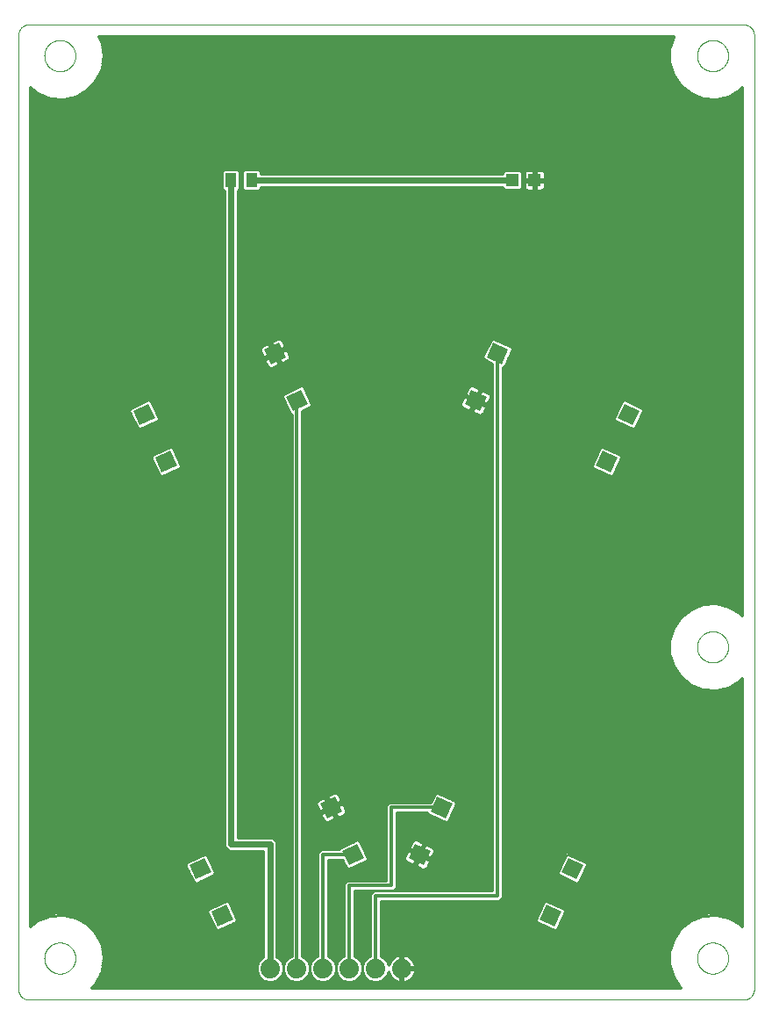
<source format=gbl>
G75*
%MOIN*%
%OFA0B0*%
%FSLAX25Y25*%
%IPPOS*%
%LPD*%
%AMOC8*
5,1,8,0,0,1.08239X$1,22.5*
%
%ADD10C,0.00000*%
%ADD11R,0.06299X0.06102*%
%ADD12C,0.07400*%
%ADD13R,0.04331X0.05512*%
%ADD14R,0.04724X0.04724*%
%ADD15C,0.01000*%
%ADD16C,0.03569*%
%ADD17C,0.02400*%
%ADD18C,0.01200*%
D10*
X0005437Y0002252D02*
X0277091Y0002252D01*
X0277215Y0002254D01*
X0277338Y0002260D01*
X0277462Y0002269D01*
X0277584Y0002283D01*
X0277707Y0002300D01*
X0277829Y0002322D01*
X0277950Y0002347D01*
X0278070Y0002376D01*
X0278189Y0002408D01*
X0278308Y0002445D01*
X0278425Y0002485D01*
X0278540Y0002528D01*
X0278655Y0002576D01*
X0278767Y0002627D01*
X0278878Y0002681D01*
X0278988Y0002739D01*
X0279095Y0002800D01*
X0279201Y0002865D01*
X0279304Y0002933D01*
X0279405Y0003004D01*
X0279504Y0003078D01*
X0279601Y0003155D01*
X0279695Y0003236D01*
X0279786Y0003319D01*
X0279875Y0003405D01*
X0279961Y0003494D01*
X0280044Y0003585D01*
X0280125Y0003679D01*
X0280202Y0003776D01*
X0280276Y0003875D01*
X0280347Y0003976D01*
X0280415Y0004079D01*
X0280480Y0004185D01*
X0280541Y0004292D01*
X0280599Y0004402D01*
X0280653Y0004513D01*
X0280704Y0004625D01*
X0280752Y0004740D01*
X0280795Y0004855D01*
X0280835Y0004972D01*
X0280872Y0005091D01*
X0280904Y0005210D01*
X0280933Y0005330D01*
X0280958Y0005451D01*
X0280980Y0005573D01*
X0280997Y0005696D01*
X0281011Y0005818D01*
X0281020Y0005942D01*
X0281026Y0006065D01*
X0281028Y0006189D01*
X0281028Y0368394D01*
X0281026Y0368518D01*
X0281020Y0368641D01*
X0281011Y0368765D01*
X0280997Y0368887D01*
X0280980Y0369010D01*
X0280958Y0369132D01*
X0280933Y0369253D01*
X0280904Y0369373D01*
X0280872Y0369492D01*
X0280835Y0369611D01*
X0280795Y0369728D01*
X0280752Y0369843D01*
X0280704Y0369958D01*
X0280653Y0370070D01*
X0280599Y0370181D01*
X0280541Y0370291D01*
X0280480Y0370398D01*
X0280415Y0370504D01*
X0280347Y0370607D01*
X0280276Y0370708D01*
X0280202Y0370807D01*
X0280125Y0370904D01*
X0280044Y0370998D01*
X0279961Y0371089D01*
X0279875Y0371178D01*
X0279786Y0371264D01*
X0279695Y0371347D01*
X0279601Y0371428D01*
X0279504Y0371505D01*
X0279405Y0371579D01*
X0279304Y0371650D01*
X0279201Y0371718D01*
X0279095Y0371783D01*
X0278988Y0371844D01*
X0278878Y0371902D01*
X0278767Y0371956D01*
X0278655Y0372007D01*
X0278540Y0372055D01*
X0278425Y0372098D01*
X0278308Y0372138D01*
X0278189Y0372175D01*
X0278070Y0372207D01*
X0277950Y0372236D01*
X0277829Y0372261D01*
X0277707Y0372283D01*
X0277584Y0372300D01*
X0277462Y0372314D01*
X0277338Y0372323D01*
X0277215Y0372329D01*
X0277091Y0372331D01*
X0005437Y0372331D01*
X0005313Y0372329D01*
X0005190Y0372323D01*
X0005066Y0372314D01*
X0004944Y0372300D01*
X0004821Y0372283D01*
X0004699Y0372261D01*
X0004578Y0372236D01*
X0004458Y0372207D01*
X0004339Y0372175D01*
X0004220Y0372138D01*
X0004103Y0372098D01*
X0003988Y0372055D01*
X0003873Y0372007D01*
X0003761Y0371956D01*
X0003650Y0371902D01*
X0003540Y0371844D01*
X0003433Y0371783D01*
X0003327Y0371718D01*
X0003224Y0371650D01*
X0003123Y0371579D01*
X0003024Y0371505D01*
X0002927Y0371428D01*
X0002833Y0371347D01*
X0002742Y0371264D01*
X0002653Y0371178D01*
X0002567Y0371089D01*
X0002484Y0370998D01*
X0002403Y0370904D01*
X0002326Y0370807D01*
X0002252Y0370708D01*
X0002181Y0370607D01*
X0002113Y0370504D01*
X0002048Y0370398D01*
X0001987Y0370291D01*
X0001929Y0370181D01*
X0001875Y0370070D01*
X0001824Y0369958D01*
X0001776Y0369843D01*
X0001733Y0369728D01*
X0001693Y0369611D01*
X0001656Y0369492D01*
X0001624Y0369373D01*
X0001595Y0369253D01*
X0001570Y0369132D01*
X0001548Y0369010D01*
X0001531Y0368887D01*
X0001517Y0368765D01*
X0001508Y0368641D01*
X0001502Y0368518D01*
X0001500Y0368394D01*
X0001500Y0006189D01*
X0001502Y0006065D01*
X0001508Y0005942D01*
X0001517Y0005818D01*
X0001531Y0005696D01*
X0001548Y0005573D01*
X0001570Y0005451D01*
X0001595Y0005330D01*
X0001624Y0005210D01*
X0001656Y0005091D01*
X0001693Y0004972D01*
X0001733Y0004855D01*
X0001776Y0004740D01*
X0001824Y0004625D01*
X0001875Y0004513D01*
X0001929Y0004402D01*
X0001987Y0004292D01*
X0002048Y0004185D01*
X0002113Y0004079D01*
X0002181Y0003976D01*
X0002252Y0003875D01*
X0002326Y0003776D01*
X0002403Y0003679D01*
X0002484Y0003585D01*
X0002567Y0003494D01*
X0002653Y0003405D01*
X0002742Y0003319D01*
X0002833Y0003236D01*
X0002927Y0003155D01*
X0003024Y0003078D01*
X0003123Y0003004D01*
X0003224Y0002933D01*
X0003327Y0002865D01*
X0003433Y0002800D01*
X0003540Y0002739D01*
X0003650Y0002681D01*
X0003761Y0002627D01*
X0003873Y0002576D01*
X0003988Y0002528D01*
X0004103Y0002485D01*
X0004220Y0002445D01*
X0004339Y0002408D01*
X0004458Y0002376D01*
X0004578Y0002347D01*
X0004699Y0002322D01*
X0004821Y0002300D01*
X0004944Y0002283D01*
X0005066Y0002269D01*
X0005190Y0002260D01*
X0005313Y0002254D01*
X0005437Y0002252D01*
X0011342Y0018000D02*
X0011344Y0018153D01*
X0011350Y0018307D01*
X0011360Y0018460D01*
X0011374Y0018612D01*
X0011392Y0018765D01*
X0011414Y0018916D01*
X0011439Y0019067D01*
X0011469Y0019218D01*
X0011503Y0019368D01*
X0011540Y0019516D01*
X0011581Y0019664D01*
X0011626Y0019810D01*
X0011675Y0019956D01*
X0011728Y0020100D01*
X0011784Y0020242D01*
X0011844Y0020383D01*
X0011908Y0020523D01*
X0011975Y0020661D01*
X0012046Y0020797D01*
X0012121Y0020931D01*
X0012198Y0021063D01*
X0012280Y0021193D01*
X0012364Y0021321D01*
X0012452Y0021447D01*
X0012543Y0021570D01*
X0012637Y0021691D01*
X0012735Y0021809D01*
X0012835Y0021925D01*
X0012939Y0022038D01*
X0013045Y0022149D01*
X0013154Y0022257D01*
X0013266Y0022362D01*
X0013380Y0022463D01*
X0013498Y0022562D01*
X0013617Y0022658D01*
X0013739Y0022751D01*
X0013864Y0022840D01*
X0013991Y0022927D01*
X0014120Y0023009D01*
X0014251Y0023089D01*
X0014384Y0023165D01*
X0014519Y0023238D01*
X0014656Y0023307D01*
X0014795Y0023372D01*
X0014935Y0023434D01*
X0015077Y0023492D01*
X0015220Y0023547D01*
X0015365Y0023598D01*
X0015511Y0023645D01*
X0015658Y0023688D01*
X0015806Y0023727D01*
X0015955Y0023763D01*
X0016105Y0023794D01*
X0016256Y0023822D01*
X0016407Y0023846D01*
X0016560Y0023866D01*
X0016712Y0023882D01*
X0016865Y0023894D01*
X0017018Y0023902D01*
X0017171Y0023906D01*
X0017325Y0023906D01*
X0017478Y0023902D01*
X0017631Y0023894D01*
X0017784Y0023882D01*
X0017936Y0023866D01*
X0018089Y0023846D01*
X0018240Y0023822D01*
X0018391Y0023794D01*
X0018541Y0023763D01*
X0018690Y0023727D01*
X0018838Y0023688D01*
X0018985Y0023645D01*
X0019131Y0023598D01*
X0019276Y0023547D01*
X0019419Y0023492D01*
X0019561Y0023434D01*
X0019701Y0023372D01*
X0019840Y0023307D01*
X0019977Y0023238D01*
X0020112Y0023165D01*
X0020245Y0023089D01*
X0020376Y0023009D01*
X0020505Y0022927D01*
X0020632Y0022840D01*
X0020757Y0022751D01*
X0020879Y0022658D01*
X0020998Y0022562D01*
X0021116Y0022463D01*
X0021230Y0022362D01*
X0021342Y0022257D01*
X0021451Y0022149D01*
X0021557Y0022038D01*
X0021661Y0021925D01*
X0021761Y0021809D01*
X0021859Y0021691D01*
X0021953Y0021570D01*
X0022044Y0021447D01*
X0022132Y0021321D01*
X0022216Y0021193D01*
X0022298Y0021063D01*
X0022375Y0020931D01*
X0022450Y0020797D01*
X0022521Y0020661D01*
X0022588Y0020523D01*
X0022652Y0020383D01*
X0022712Y0020242D01*
X0022768Y0020100D01*
X0022821Y0019956D01*
X0022870Y0019810D01*
X0022915Y0019664D01*
X0022956Y0019516D01*
X0022993Y0019368D01*
X0023027Y0019218D01*
X0023057Y0019067D01*
X0023082Y0018916D01*
X0023104Y0018765D01*
X0023122Y0018612D01*
X0023136Y0018460D01*
X0023146Y0018307D01*
X0023152Y0018153D01*
X0023154Y0018000D01*
X0023152Y0017847D01*
X0023146Y0017693D01*
X0023136Y0017540D01*
X0023122Y0017388D01*
X0023104Y0017235D01*
X0023082Y0017084D01*
X0023057Y0016933D01*
X0023027Y0016782D01*
X0022993Y0016632D01*
X0022956Y0016484D01*
X0022915Y0016336D01*
X0022870Y0016190D01*
X0022821Y0016044D01*
X0022768Y0015900D01*
X0022712Y0015758D01*
X0022652Y0015617D01*
X0022588Y0015477D01*
X0022521Y0015339D01*
X0022450Y0015203D01*
X0022375Y0015069D01*
X0022298Y0014937D01*
X0022216Y0014807D01*
X0022132Y0014679D01*
X0022044Y0014553D01*
X0021953Y0014430D01*
X0021859Y0014309D01*
X0021761Y0014191D01*
X0021661Y0014075D01*
X0021557Y0013962D01*
X0021451Y0013851D01*
X0021342Y0013743D01*
X0021230Y0013638D01*
X0021116Y0013537D01*
X0020998Y0013438D01*
X0020879Y0013342D01*
X0020757Y0013249D01*
X0020632Y0013160D01*
X0020505Y0013073D01*
X0020376Y0012991D01*
X0020245Y0012911D01*
X0020112Y0012835D01*
X0019977Y0012762D01*
X0019840Y0012693D01*
X0019701Y0012628D01*
X0019561Y0012566D01*
X0019419Y0012508D01*
X0019276Y0012453D01*
X0019131Y0012402D01*
X0018985Y0012355D01*
X0018838Y0012312D01*
X0018690Y0012273D01*
X0018541Y0012237D01*
X0018391Y0012206D01*
X0018240Y0012178D01*
X0018089Y0012154D01*
X0017936Y0012134D01*
X0017784Y0012118D01*
X0017631Y0012106D01*
X0017478Y0012098D01*
X0017325Y0012094D01*
X0017171Y0012094D01*
X0017018Y0012098D01*
X0016865Y0012106D01*
X0016712Y0012118D01*
X0016560Y0012134D01*
X0016407Y0012154D01*
X0016256Y0012178D01*
X0016105Y0012206D01*
X0015955Y0012237D01*
X0015806Y0012273D01*
X0015658Y0012312D01*
X0015511Y0012355D01*
X0015365Y0012402D01*
X0015220Y0012453D01*
X0015077Y0012508D01*
X0014935Y0012566D01*
X0014795Y0012628D01*
X0014656Y0012693D01*
X0014519Y0012762D01*
X0014384Y0012835D01*
X0014251Y0012911D01*
X0014120Y0012991D01*
X0013991Y0013073D01*
X0013864Y0013160D01*
X0013739Y0013249D01*
X0013617Y0013342D01*
X0013498Y0013438D01*
X0013380Y0013537D01*
X0013266Y0013638D01*
X0013154Y0013743D01*
X0013045Y0013851D01*
X0012939Y0013962D01*
X0012835Y0014075D01*
X0012735Y0014191D01*
X0012637Y0014309D01*
X0012543Y0014430D01*
X0012452Y0014553D01*
X0012364Y0014679D01*
X0012280Y0014807D01*
X0012198Y0014937D01*
X0012121Y0015069D01*
X0012046Y0015203D01*
X0011975Y0015339D01*
X0011908Y0015477D01*
X0011844Y0015617D01*
X0011784Y0015758D01*
X0011728Y0015900D01*
X0011675Y0016044D01*
X0011626Y0016190D01*
X0011581Y0016336D01*
X0011540Y0016484D01*
X0011503Y0016632D01*
X0011469Y0016782D01*
X0011439Y0016933D01*
X0011414Y0017084D01*
X0011392Y0017235D01*
X0011374Y0017388D01*
X0011360Y0017540D01*
X0011350Y0017693D01*
X0011344Y0017847D01*
X0011342Y0018000D01*
X0259374Y0018000D02*
X0259376Y0018153D01*
X0259382Y0018307D01*
X0259392Y0018460D01*
X0259406Y0018612D01*
X0259424Y0018765D01*
X0259446Y0018916D01*
X0259471Y0019067D01*
X0259501Y0019218D01*
X0259535Y0019368D01*
X0259572Y0019516D01*
X0259613Y0019664D01*
X0259658Y0019810D01*
X0259707Y0019956D01*
X0259760Y0020100D01*
X0259816Y0020242D01*
X0259876Y0020383D01*
X0259940Y0020523D01*
X0260007Y0020661D01*
X0260078Y0020797D01*
X0260153Y0020931D01*
X0260230Y0021063D01*
X0260312Y0021193D01*
X0260396Y0021321D01*
X0260484Y0021447D01*
X0260575Y0021570D01*
X0260669Y0021691D01*
X0260767Y0021809D01*
X0260867Y0021925D01*
X0260971Y0022038D01*
X0261077Y0022149D01*
X0261186Y0022257D01*
X0261298Y0022362D01*
X0261412Y0022463D01*
X0261530Y0022562D01*
X0261649Y0022658D01*
X0261771Y0022751D01*
X0261896Y0022840D01*
X0262023Y0022927D01*
X0262152Y0023009D01*
X0262283Y0023089D01*
X0262416Y0023165D01*
X0262551Y0023238D01*
X0262688Y0023307D01*
X0262827Y0023372D01*
X0262967Y0023434D01*
X0263109Y0023492D01*
X0263252Y0023547D01*
X0263397Y0023598D01*
X0263543Y0023645D01*
X0263690Y0023688D01*
X0263838Y0023727D01*
X0263987Y0023763D01*
X0264137Y0023794D01*
X0264288Y0023822D01*
X0264439Y0023846D01*
X0264592Y0023866D01*
X0264744Y0023882D01*
X0264897Y0023894D01*
X0265050Y0023902D01*
X0265203Y0023906D01*
X0265357Y0023906D01*
X0265510Y0023902D01*
X0265663Y0023894D01*
X0265816Y0023882D01*
X0265968Y0023866D01*
X0266121Y0023846D01*
X0266272Y0023822D01*
X0266423Y0023794D01*
X0266573Y0023763D01*
X0266722Y0023727D01*
X0266870Y0023688D01*
X0267017Y0023645D01*
X0267163Y0023598D01*
X0267308Y0023547D01*
X0267451Y0023492D01*
X0267593Y0023434D01*
X0267733Y0023372D01*
X0267872Y0023307D01*
X0268009Y0023238D01*
X0268144Y0023165D01*
X0268277Y0023089D01*
X0268408Y0023009D01*
X0268537Y0022927D01*
X0268664Y0022840D01*
X0268789Y0022751D01*
X0268911Y0022658D01*
X0269030Y0022562D01*
X0269148Y0022463D01*
X0269262Y0022362D01*
X0269374Y0022257D01*
X0269483Y0022149D01*
X0269589Y0022038D01*
X0269693Y0021925D01*
X0269793Y0021809D01*
X0269891Y0021691D01*
X0269985Y0021570D01*
X0270076Y0021447D01*
X0270164Y0021321D01*
X0270248Y0021193D01*
X0270330Y0021063D01*
X0270407Y0020931D01*
X0270482Y0020797D01*
X0270553Y0020661D01*
X0270620Y0020523D01*
X0270684Y0020383D01*
X0270744Y0020242D01*
X0270800Y0020100D01*
X0270853Y0019956D01*
X0270902Y0019810D01*
X0270947Y0019664D01*
X0270988Y0019516D01*
X0271025Y0019368D01*
X0271059Y0019218D01*
X0271089Y0019067D01*
X0271114Y0018916D01*
X0271136Y0018765D01*
X0271154Y0018612D01*
X0271168Y0018460D01*
X0271178Y0018307D01*
X0271184Y0018153D01*
X0271186Y0018000D01*
X0271184Y0017847D01*
X0271178Y0017693D01*
X0271168Y0017540D01*
X0271154Y0017388D01*
X0271136Y0017235D01*
X0271114Y0017084D01*
X0271089Y0016933D01*
X0271059Y0016782D01*
X0271025Y0016632D01*
X0270988Y0016484D01*
X0270947Y0016336D01*
X0270902Y0016190D01*
X0270853Y0016044D01*
X0270800Y0015900D01*
X0270744Y0015758D01*
X0270684Y0015617D01*
X0270620Y0015477D01*
X0270553Y0015339D01*
X0270482Y0015203D01*
X0270407Y0015069D01*
X0270330Y0014937D01*
X0270248Y0014807D01*
X0270164Y0014679D01*
X0270076Y0014553D01*
X0269985Y0014430D01*
X0269891Y0014309D01*
X0269793Y0014191D01*
X0269693Y0014075D01*
X0269589Y0013962D01*
X0269483Y0013851D01*
X0269374Y0013743D01*
X0269262Y0013638D01*
X0269148Y0013537D01*
X0269030Y0013438D01*
X0268911Y0013342D01*
X0268789Y0013249D01*
X0268664Y0013160D01*
X0268537Y0013073D01*
X0268408Y0012991D01*
X0268277Y0012911D01*
X0268144Y0012835D01*
X0268009Y0012762D01*
X0267872Y0012693D01*
X0267733Y0012628D01*
X0267593Y0012566D01*
X0267451Y0012508D01*
X0267308Y0012453D01*
X0267163Y0012402D01*
X0267017Y0012355D01*
X0266870Y0012312D01*
X0266722Y0012273D01*
X0266573Y0012237D01*
X0266423Y0012206D01*
X0266272Y0012178D01*
X0266121Y0012154D01*
X0265968Y0012134D01*
X0265816Y0012118D01*
X0265663Y0012106D01*
X0265510Y0012098D01*
X0265357Y0012094D01*
X0265203Y0012094D01*
X0265050Y0012098D01*
X0264897Y0012106D01*
X0264744Y0012118D01*
X0264592Y0012134D01*
X0264439Y0012154D01*
X0264288Y0012178D01*
X0264137Y0012206D01*
X0263987Y0012237D01*
X0263838Y0012273D01*
X0263690Y0012312D01*
X0263543Y0012355D01*
X0263397Y0012402D01*
X0263252Y0012453D01*
X0263109Y0012508D01*
X0262967Y0012566D01*
X0262827Y0012628D01*
X0262688Y0012693D01*
X0262551Y0012762D01*
X0262416Y0012835D01*
X0262283Y0012911D01*
X0262152Y0012991D01*
X0262023Y0013073D01*
X0261896Y0013160D01*
X0261771Y0013249D01*
X0261649Y0013342D01*
X0261530Y0013438D01*
X0261412Y0013537D01*
X0261298Y0013638D01*
X0261186Y0013743D01*
X0261077Y0013851D01*
X0260971Y0013962D01*
X0260867Y0014075D01*
X0260767Y0014191D01*
X0260669Y0014309D01*
X0260575Y0014430D01*
X0260484Y0014553D01*
X0260396Y0014679D01*
X0260312Y0014807D01*
X0260230Y0014937D01*
X0260153Y0015069D01*
X0260078Y0015203D01*
X0260007Y0015339D01*
X0259940Y0015477D01*
X0259876Y0015617D01*
X0259816Y0015758D01*
X0259760Y0015900D01*
X0259707Y0016044D01*
X0259658Y0016190D01*
X0259613Y0016336D01*
X0259572Y0016484D01*
X0259535Y0016632D01*
X0259501Y0016782D01*
X0259471Y0016933D01*
X0259446Y0017084D01*
X0259424Y0017235D01*
X0259406Y0017388D01*
X0259392Y0017540D01*
X0259382Y0017693D01*
X0259376Y0017847D01*
X0259374Y0018000D01*
X0259374Y0136110D02*
X0259376Y0136263D01*
X0259382Y0136417D01*
X0259392Y0136570D01*
X0259406Y0136722D01*
X0259424Y0136875D01*
X0259446Y0137026D01*
X0259471Y0137177D01*
X0259501Y0137328D01*
X0259535Y0137478D01*
X0259572Y0137626D01*
X0259613Y0137774D01*
X0259658Y0137920D01*
X0259707Y0138066D01*
X0259760Y0138210D01*
X0259816Y0138352D01*
X0259876Y0138493D01*
X0259940Y0138633D01*
X0260007Y0138771D01*
X0260078Y0138907D01*
X0260153Y0139041D01*
X0260230Y0139173D01*
X0260312Y0139303D01*
X0260396Y0139431D01*
X0260484Y0139557D01*
X0260575Y0139680D01*
X0260669Y0139801D01*
X0260767Y0139919D01*
X0260867Y0140035D01*
X0260971Y0140148D01*
X0261077Y0140259D01*
X0261186Y0140367D01*
X0261298Y0140472D01*
X0261412Y0140573D01*
X0261530Y0140672D01*
X0261649Y0140768D01*
X0261771Y0140861D01*
X0261896Y0140950D01*
X0262023Y0141037D01*
X0262152Y0141119D01*
X0262283Y0141199D01*
X0262416Y0141275D01*
X0262551Y0141348D01*
X0262688Y0141417D01*
X0262827Y0141482D01*
X0262967Y0141544D01*
X0263109Y0141602D01*
X0263252Y0141657D01*
X0263397Y0141708D01*
X0263543Y0141755D01*
X0263690Y0141798D01*
X0263838Y0141837D01*
X0263987Y0141873D01*
X0264137Y0141904D01*
X0264288Y0141932D01*
X0264439Y0141956D01*
X0264592Y0141976D01*
X0264744Y0141992D01*
X0264897Y0142004D01*
X0265050Y0142012D01*
X0265203Y0142016D01*
X0265357Y0142016D01*
X0265510Y0142012D01*
X0265663Y0142004D01*
X0265816Y0141992D01*
X0265968Y0141976D01*
X0266121Y0141956D01*
X0266272Y0141932D01*
X0266423Y0141904D01*
X0266573Y0141873D01*
X0266722Y0141837D01*
X0266870Y0141798D01*
X0267017Y0141755D01*
X0267163Y0141708D01*
X0267308Y0141657D01*
X0267451Y0141602D01*
X0267593Y0141544D01*
X0267733Y0141482D01*
X0267872Y0141417D01*
X0268009Y0141348D01*
X0268144Y0141275D01*
X0268277Y0141199D01*
X0268408Y0141119D01*
X0268537Y0141037D01*
X0268664Y0140950D01*
X0268789Y0140861D01*
X0268911Y0140768D01*
X0269030Y0140672D01*
X0269148Y0140573D01*
X0269262Y0140472D01*
X0269374Y0140367D01*
X0269483Y0140259D01*
X0269589Y0140148D01*
X0269693Y0140035D01*
X0269793Y0139919D01*
X0269891Y0139801D01*
X0269985Y0139680D01*
X0270076Y0139557D01*
X0270164Y0139431D01*
X0270248Y0139303D01*
X0270330Y0139173D01*
X0270407Y0139041D01*
X0270482Y0138907D01*
X0270553Y0138771D01*
X0270620Y0138633D01*
X0270684Y0138493D01*
X0270744Y0138352D01*
X0270800Y0138210D01*
X0270853Y0138066D01*
X0270902Y0137920D01*
X0270947Y0137774D01*
X0270988Y0137626D01*
X0271025Y0137478D01*
X0271059Y0137328D01*
X0271089Y0137177D01*
X0271114Y0137026D01*
X0271136Y0136875D01*
X0271154Y0136722D01*
X0271168Y0136570D01*
X0271178Y0136417D01*
X0271184Y0136263D01*
X0271186Y0136110D01*
X0271184Y0135957D01*
X0271178Y0135803D01*
X0271168Y0135650D01*
X0271154Y0135498D01*
X0271136Y0135345D01*
X0271114Y0135194D01*
X0271089Y0135043D01*
X0271059Y0134892D01*
X0271025Y0134742D01*
X0270988Y0134594D01*
X0270947Y0134446D01*
X0270902Y0134300D01*
X0270853Y0134154D01*
X0270800Y0134010D01*
X0270744Y0133868D01*
X0270684Y0133727D01*
X0270620Y0133587D01*
X0270553Y0133449D01*
X0270482Y0133313D01*
X0270407Y0133179D01*
X0270330Y0133047D01*
X0270248Y0132917D01*
X0270164Y0132789D01*
X0270076Y0132663D01*
X0269985Y0132540D01*
X0269891Y0132419D01*
X0269793Y0132301D01*
X0269693Y0132185D01*
X0269589Y0132072D01*
X0269483Y0131961D01*
X0269374Y0131853D01*
X0269262Y0131748D01*
X0269148Y0131647D01*
X0269030Y0131548D01*
X0268911Y0131452D01*
X0268789Y0131359D01*
X0268664Y0131270D01*
X0268537Y0131183D01*
X0268408Y0131101D01*
X0268277Y0131021D01*
X0268144Y0130945D01*
X0268009Y0130872D01*
X0267872Y0130803D01*
X0267733Y0130738D01*
X0267593Y0130676D01*
X0267451Y0130618D01*
X0267308Y0130563D01*
X0267163Y0130512D01*
X0267017Y0130465D01*
X0266870Y0130422D01*
X0266722Y0130383D01*
X0266573Y0130347D01*
X0266423Y0130316D01*
X0266272Y0130288D01*
X0266121Y0130264D01*
X0265968Y0130244D01*
X0265816Y0130228D01*
X0265663Y0130216D01*
X0265510Y0130208D01*
X0265357Y0130204D01*
X0265203Y0130204D01*
X0265050Y0130208D01*
X0264897Y0130216D01*
X0264744Y0130228D01*
X0264592Y0130244D01*
X0264439Y0130264D01*
X0264288Y0130288D01*
X0264137Y0130316D01*
X0263987Y0130347D01*
X0263838Y0130383D01*
X0263690Y0130422D01*
X0263543Y0130465D01*
X0263397Y0130512D01*
X0263252Y0130563D01*
X0263109Y0130618D01*
X0262967Y0130676D01*
X0262827Y0130738D01*
X0262688Y0130803D01*
X0262551Y0130872D01*
X0262416Y0130945D01*
X0262283Y0131021D01*
X0262152Y0131101D01*
X0262023Y0131183D01*
X0261896Y0131270D01*
X0261771Y0131359D01*
X0261649Y0131452D01*
X0261530Y0131548D01*
X0261412Y0131647D01*
X0261298Y0131748D01*
X0261186Y0131853D01*
X0261077Y0131961D01*
X0260971Y0132072D01*
X0260867Y0132185D01*
X0260767Y0132301D01*
X0260669Y0132419D01*
X0260575Y0132540D01*
X0260484Y0132663D01*
X0260396Y0132789D01*
X0260312Y0132917D01*
X0260230Y0133047D01*
X0260153Y0133179D01*
X0260078Y0133313D01*
X0260007Y0133449D01*
X0259940Y0133587D01*
X0259876Y0133727D01*
X0259816Y0133868D01*
X0259760Y0134010D01*
X0259707Y0134154D01*
X0259658Y0134300D01*
X0259613Y0134446D01*
X0259572Y0134594D01*
X0259535Y0134742D01*
X0259501Y0134892D01*
X0259471Y0135043D01*
X0259446Y0135194D01*
X0259424Y0135345D01*
X0259406Y0135498D01*
X0259392Y0135650D01*
X0259382Y0135803D01*
X0259376Y0135957D01*
X0259374Y0136110D01*
X0259374Y0360520D02*
X0259376Y0360673D01*
X0259382Y0360827D01*
X0259392Y0360980D01*
X0259406Y0361132D01*
X0259424Y0361285D01*
X0259446Y0361436D01*
X0259471Y0361587D01*
X0259501Y0361738D01*
X0259535Y0361888D01*
X0259572Y0362036D01*
X0259613Y0362184D01*
X0259658Y0362330D01*
X0259707Y0362476D01*
X0259760Y0362620D01*
X0259816Y0362762D01*
X0259876Y0362903D01*
X0259940Y0363043D01*
X0260007Y0363181D01*
X0260078Y0363317D01*
X0260153Y0363451D01*
X0260230Y0363583D01*
X0260312Y0363713D01*
X0260396Y0363841D01*
X0260484Y0363967D01*
X0260575Y0364090D01*
X0260669Y0364211D01*
X0260767Y0364329D01*
X0260867Y0364445D01*
X0260971Y0364558D01*
X0261077Y0364669D01*
X0261186Y0364777D01*
X0261298Y0364882D01*
X0261412Y0364983D01*
X0261530Y0365082D01*
X0261649Y0365178D01*
X0261771Y0365271D01*
X0261896Y0365360D01*
X0262023Y0365447D01*
X0262152Y0365529D01*
X0262283Y0365609D01*
X0262416Y0365685D01*
X0262551Y0365758D01*
X0262688Y0365827D01*
X0262827Y0365892D01*
X0262967Y0365954D01*
X0263109Y0366012D01*
X0263252Y0366067D01*
X0263397Y0366118D01*
X0263543Y0366165D01*
X0263690Y0366208D01*
X0263838Y0366247D01*
X0263987Y0366283D01*
X0264137Y0366314D01*
X0264288Y0366342D01*
X0264439Y0366366D01*
X0264592Y0366386D01*
X0264744Y0366402D01*
X0264897Y0366414D01*
X0265050Y0366422D01*
X0265203Y0366426D01*
X0265357Y0366426D01*
X0265510Y0366422D01*
X0265663Y0366414D01*
X0265816Y0366402D01*
X0265968Y0366386D01*
X0266121Y0366366D01*
X0266272Y0366342D01*
X0266423Y0366314D01*
X0266573Y0366283D01*
X0266722Y0366247D01*
X0266870Y0366208D01*
X0267017Y0366165D01*
X0267163Y0366118D01*
X0267308Y0366067D01*
X0267451Y0366012D01*
X0267593Y0365954D01*
X0267733Y0365892D01*
X0267872Y0365827D01*
X0268009Y0365758D01*
X0268144Y0365685D01*
X0268277Y0365609D01*
X0268408Y0365529D01*
X0268537Y0365447D01*
X0268664Y0365360D01*
X0268789Y0365271D01*
X0268911Y0365178D01*
X0269030Y0365082D01*
X0269148Y0364983D01*
X0269262Y0364882D01*
X0269374Y0364777D01*
X0269483Y0364669D01*
X0269589Y0364558D01*
X0269693Y0364445D01*
X0269793Y0364329D01*
X0269891Y0364211D01*
X0269985Y0364090D01*
X0270076Y0363967D01*
X0270164Y0363841D01*
X0270248Y0363713D01*
X0270330Y0363583D01*
X0270407Y0363451D01*
X0270482Y0363317D01*
X0270553Y0363181D01*
X0270620Y0363043D01*
X0270684Y0362903D01*
X0270744Y0362762D01*
X0270800Y0362620D01*
X0270853Y0362476D01*
X0270902Y0362330D01*
X0270947Y0362184D01*
X0270988Y0362036D01*
X0271025Y0361888D01*
X0271059Y0361738D01*
X0271089Y0361587D01*
X0271114Y0361436D01*
X0271136Y0361285D01*
X0271154Y0361132D01*
X0271168Y0360980D01*
X0271178Y0360827D01*
X0271184Y0360673D01*
X0271186Y0360520D01*
X0271184Y0360367D01*
X0271178Y0360213D01*
X0271168Y0360060D01*
X0271154Y0359908D01*
X0271136Y0359755D01*
X0271114Y0359604D01*
X0271089Y0359453D01*
X0271059Y0359302D01*
X0271025Y0359152D01*
X0270988Y0359004D01*
X0270947Y0358856D01*
X0270902Y0358710D01*
X0270853Y0358564D01*
X0270800Y0358420D01*
X0270744Y0358278D01*
X0270684Y0358137D01*
X0270620Y0357997D01*
X0270553Y0357859D01*
X0270482Y0357723D01*
X0270407Y0357589D01*
X0270330Y0357457D01*
X0270248Y0357327D01*
X0270164Y0357199D01*
X0270076Y0357073D01*
X0269985Y0356950D01*
X0269891Y0356829D01*
X0269793Y0356711D01*
X0269693Y0356595D01*
X0269589Y0356482D01*
X0269483Y0356371D01*
X0269374Y0356263D01*
X0269262Y0356158D01*
X0269148Y0356057D01*
X0269030Y0355958D01*
X0268911Y0355862D01*
X0268789Y0355769D01*
X0268664Y0355680D01*
X0268537Y0355593D01*
X0268408Y0355511D01*
X0268277Y0355431D01*
X0268144Y0355355D01*
X0268009Y0355282D01*
X0267872Y0355213D01*
X0267733Y0355148D01*
X0267593Y0355086D01*
X0267451Y0355028D01*
X0267308Y0354973D01*
X0267163Y0354922D01*
X0267017Y0354875D01*
X0266870Y0354832D01*
X0266722Y0354793D01*
X0266573Y0354757D01*
X0266423Y0354726D01*
X0266272Y0354698D01*
X0266121Y0354674D01*
X0265968Y0354654D01*
X0265816Y0354638D01*
X0265663Y0354626D01*
X0265510Y0354618D01*
X0265357Y0354614D01*
X0265203Y0354614D01*
X0265050Y0354618D01*
X0264897Y0354626D01*
X0264744Y0354638D01*
X0264592Y0354654D01*
X0264439Y0354674D01*
X0264288Y0354698D01*
X0264137Y0354726D01*
X0263987Y0354757D01*
X0263838Y0354793D01*
X0263690Y0354832D01*
X0263543Y0354875D01*
X0263397Y0354922D01*
X0263252Y0354973D01*
X0263109Y0355028D01*
X0262967Y0355086D01*
X0262827Y0355148D01*
X0262688Y0355213D01*
X0262551Y0355282D01*
X0262416Y0355355D01*
X0262283Y0355431D01*
X0262152Y0355511D01*
X0262023Y0355593D01*
X0261896Y0355680D01*
X0261771Y0355769D01*
X0261649Y0355862D01*
X0261530Y0355958D01*
X0261412Y0356057D01*
X0261298Y0356158D01*
X0261186Y0356263D01*
X0261077Y0356371D01*
X0260971Y0356482D01*
X0260867Y0356595D01*
X0260767Y0356711D01*
X0260669Y0356829D01*
X0260575Y0356950D01*
X0260484Y0357073D01*
X0260396Y0357199D01*
X0260312Y0357327D01*
X0260230Y0357457D01*
X0260153Y0357589D01*
X0260078Y0357723D01*
X0260007Y0357859D01*
X0259940Y0357997D01*
X0259876Y0358137D01*
X0259816Y0358278D01*
X0259760Y0358420D01*
X0259707Y0358564D01*
X0259658Y0358710D01*
X0259613Y0358856D01*
X0259572Y0359004D01*
X0259535Y0359152D01*
X0259501Y0359302D01*
X0259471Y0359453D01*
X0259446Y0359604D01*
X0259424Y0359755D01*
X0259406Y0359908D01*
X0259392Y0360060D01*
X0259382Y0360213D01*
X0259376Y0360367D01*
X0259374Y0360520D01*
X0011342Y0360520D02*
X0011344Y0360673D01*
X0011350Y0360827D01*
X0011360Y0360980D01*
X0011374Y0361132D01*
X0011392Y0361285D01*
X0011414Y0361436D01*
X0011439Y0361587D01*
X0011469Y0361738D01*
X0011503Y0361888D01*
X0011540Y0362036D01*
X0011581Y0362184D01*
X0011626Y0362330D01*
X0011675Y0362476D01*
X0011728Y0362620D01*
X0011784Y0362762D01*
X0011844Y0362903D01*
X0011908Y0363043D01*
X0011975Y0363181D01*
X0012046Y0363317D01*
X0012121Y0363451D01*
X0012198Y0363583D01*
X0012280Y0363713D01*
X0012364Y0363841D01*
X0012452Y0363967D01*
X0012543Y0364090D01*
X0012637Y0364211D01*
X0012735Y0364329D01*
X0012835Y0364445D01*
X0012939Y0364558D01*
X0013045Y0364669D01*
X0013154Y0364777D01*
X0013266Y0364882D01*
X0013380Y0364983D01*
X0013498Y0365082D01*
X0013617Y0365178D01*
X0013739Y0365271D01*
X0013864Y0365360D01*
X0013991Y0365447D01*
X0014120Y0365529D01*
X0014251Y0365609D01*
X0014384Y0365685D01*
X0014519Y0365758D01*
X0014656Y0365827D01*
X0014795Y0365892D01*
X0014935Y0365954D01*
X0015077Y0366012D01*
X0015220Y0366067D01*
X0015365Y0366118D01*
X0015511Y0366165D01*
X0015658Y0366208D01*
X0015806Y0366247D01*
X0015955Y0366283D01*
X0016105Y0366314D01*
X0016256Y0366342D01*
X0016407Y0366366D01*
X0016560Y0366386D01*
X0016712Y0366402D01*
X0016865Y0366414D01*
X0017018Y0366422D01*
X0017171Y0366426D01*
X0017325Y0366426D01*
X0017478Y0366422D01*
X0017631Y0366414D01*
X0017784Y0366402D01*
X0017936Y0366386D01*
X0018089Y0366366D01*
X0018240Y0366342D01*
X0018391Y0366314D01*
X0018541Y0366283D01*
X0018690Y0366247D01*
X0018838Y0366208D01*
X0018985Y0366165D01*
X0019131Y0366118D01*
X0019276Y0366067D01*
X0019419Y0366012D01*
X0019561Y0365954D01*
X0019701Y0365892D01*
X0019840Y0365827D01*
X0019977Y0365758D01*
X0020112Y0365685D01*
X0020245Y0365609D01*
X0020376Y0365529D01*
X0020505Y0365447D01*
X0020632Y0365360D01*
X0020757Y0365271D01*
X0020879Y0365178D01*
X0020998Y0365082D01*
X0021116Y0364983D01*
X0021230Y0364882D01*
X0021342Y0364777D01*
X0021451Y0364669D01*
X0021557Y0364558D01*
X0021661Y0364445D01*
X0021761Y0364329D01*
X0021859Y0364211D01*
X0021953Y0364090D01*
X0022044Y0363967D01*
X0022132Y0363841D01*
X0022216Y0363713D01*
X0022298Y0363583D01*
X0022375Y0363451D01*
X0022450Y0363317D01*
X0022521Y0363181D01*
X0022588Y0363043D01*
X0022652Y0362903D01*
X0022712Y0362762D01*
X0022768Y0362620D01*
X0022821Y0362476D01*
X0022870Y0362330D01*
X0022915Y0362184D01*
X0022956Y0362036D01*
X0022993Y0361888D01*
X0023027Y0361738D01*
X0023057Y0361587D01*
X0023082Y0361436D01*
X0023104Y0361285D01*
X0023122Y0361132D01*
X0023136Y0360980D01*
X0023146Y0360827D01*
X0023152Y0360673D01*
X0023154Y0360520D01*
X0023152Y0360367D01*
X0023146Y0360213D01*
X0023136Y0360060D01*
X0023122Y0359908D01*
X0023104Y0359755D01*
X0023082Y0359604D01*
X0023057Y0359453D01*
X0023027Y0359302D01*
X0022993Y0359152D01*
X0022956Y0359004D01*
X0022915Y0358856D01*
X0022870Y0358710D01*
X0022821Y0358564D01*
X0022768Y0358420D01*
X0022712Y0358278D01*
X0022652Y0358137D01*
X0022588Y0357997D01*
X0022521Y0357859D01*
X0022450Y0357723D01*
X0022375Y0357589D01*
X0022298Y0357457D01*
X0022216Y0357327D01*
X0022132Y0357199D01*
X0022044Y0357073D01*
X0021953Y0356950D01*
X0021859Y0356829D01*
X0021761Y0356711D01*
X0021661Y0356595D01*
X0021557Y0356482D01*
X0021451Y0356371D01*
X0021342Y0356263D01*
X0021230Y0356158D01*
X0021116Y0356057D01*
X0020998Y0355958D01*
X0020879Y0355862D01*
X0020757Y0355769D01*
X0020632Y0355680D01*
X0020505Y0355593D01*
X0020376Y0355511D01*
X0020245Y0355431D01*
X0020112Y0355355D01*
X0019977Y0355282D01*
X0019840Y0355213D01*
X0019701Y0355148D01*
X0019561Y0355086D01*
X0019419Y0355028D01*
X0019276Y0354973D01*
X0019131Y0354922D01*
X0018985Y0354875D01*
X0018838Y0354832D01*
X0018690Y0354793D01*
X0018541Y0354757D01*
X0018391Y0354726D01*
X0018240Y0354698D01*
X0018089Y0354674D01*
X0017936Y0354654D01*
X0017784Y0354638D01*
X0017631Y0354626D01*
X0017478Y0354618D01*
X0017325Y0354614D01*
X0017171Y0354614D01*
X0017018Y0354618D01*
X0016865Y0354626D01*
X0016712Y0354638D01*
X0016560Y0354654D01*
X0016407Y0354674D01*
X0016256Y0354698D01*
X0016105Y0354726D01*
X0015955Y0354757D01*
X0015806Y0354793D01*
X0015658Y0354832D01*
X0015511Y0354875D01*
X0015365Y0354922D01*
X0015220Y0354973D01*
X0015077Y0355028D01*
X0014935Y0355086D01*
X0014795Y0355148D01*
X0014656Y0355213D01*
X0014519Y0355282D01*
X0014384Y0355355D01*
X0014251Y0355431D01*
X0014120Y0355511D01*
X0013991Y0355593D01*
X0013864Y0355680D01*
X0013739Y0355769D01*
X0013617Y0355862D01*
X0013498Y0355958D01*
X0013380Y0356057D01*
X0013266Y0356158D01*
X0013154Y0356263D01*
X0013045Y0356371D01*
X0012939Y0356482D01*
X0012835Y0356595D01*
X0012735Y0356711D01*
X0012637Y0356829D01*
X0012543Y0356950D01*
X0012452Y0357073D01*
X0012364Y0357199D01*
X0012280Y0357327D01*
X0012198Y0357457D01*
X0012121Y0357589D01*
X0012046Y0357723D01*
X0011975Y0357859D01*
X0011908Y0357997D01*
X0011844Y0358137D01*
X0011784Y0358278D01*
X0011728Y0358420D01*
X0011675Y0358564D01*
X0011626Y0358710D01*
X0011581Y0358856D01*
X0011540Y0359004D01*
X0011503Y0359152D01*
X0011469Y0359302D01*
X0011439Y0359453D01*
X0011414Y0359604D01*
X0011392Y0359755D01*
X0011374Y0359908D01*
X0011360Y0360060D01*
X0011350Y0360213D01*
X0011344Y0360367D01*
X0011342Y0360520D01*
D11*
G36*
X0103143Y0246122D02*
X0097436Y0243461D01*
X0094857Y0248990D01*
X0100564Y0251651D01*
X0103143Y0246122D01*
G37*
G36*
X0111462Y0228281D02*
X0105755Y0225620D01*
X0103176Y0231149D01*
X0108883Y0233810D01*
X0111462Y0228281D01*
G37*
G36*
X0061687Y0205071D02*
X0055980Y0202410D01*
X0053401Y0207939D01*
X0059108Y0210600D01*
X0061687Y0205071D01*
G37*
G36*
X0053367Y0222911D02*
X0047660Y0220250D01*
X0045081Y0225779D01*
X0050788Y0228440D01*
X0053367Y0222911D01*
G37*
G36*
X0124468Y0073752D02*
X0118761Y0071091D01*
X0116182Y0076620D01*
X0121889Y0079281D01*
X0124468Y0073752D01*
G37*
G36*
X0132787Y0055911D02*
X0127080Y0053250D01*
X0124501Y0058779D01*
X0130208Y0061440D01*
X0132787Y0055911D01*
G37*
G36*
X0152319Y0061440D02*
X0158026Y0058779D01*
X0155447Y0053250D01*
X0149740Y0055911D01*
X0152319Y0061440D01*
G37*
G36*
X0160638Y0079281D02*
X0166345Y0076620D01*
X0163766Y0071091D01*
X0158059Y0073752D01*
X0160638Y0079281D01*
G37*
G36*
X0202095Y0038229D02*
X0207802Y0035568D01*
X0205223Y0030039D01*
X0199516Y0032700D01*
X0202095Y0038229D01*
G37*
G36*
X0210414Y0056070D02*
X0216121Y0053409D01*
X0213542Y0047880D01*
X0207835Y0050541D01*
X0210414Y0056070D01*
G37*
G36*
X0223420Y0210600D02*
X0229127Y0207939D01*
X0226548Y0202410D01*
X0220841Y0205071D01*
X0223420Y0210600D01*
G37*
G36*
X0231739Y0228440D02*
X0237446Y0225779D01*
X0234867Y0220250D01*
X0229160Y0222911D01*
X0231739Y0228440D01*
G37*
G36*
X0181964Y0251651D02*
X0187671Y0248990D01*
X0185092Y0243461D01*
X0179385Y0246122D01*
X0181964Y0251651D01*
G37*
G36*
X0173645Y0233810D02*
X0179352Y0231149D01*
X0176773Y0225620D01*
X0171066Y0228281D01*
X0173645Y0233810D01*
G37*
G36*
X0074693Y0050541D02*
X0068986Y0047880D01*
X0066407Y0053409D01*
X0072114Y0056070D01*
X0074693Y0050541D01*
G37*
G36*
X0083012Y0032700D02*
X0077305Y0030039D01*
X0074726Y0035568D01*
X0080433Y0038229D01*
X0083012Y0032700D01*
G37*
D12*
X0097169Y0014063D03*
X0107169Y0014063D03*
X0117169Y0014063D03*
X0127169Y0014063D03*
X0137169Y0014063D03*
X0147169Y0014063D03*
D13*
X0090083Y0313276D03*
X0082209Y0313276D03*
D14*
X0189295Y0313276D03*
X0197563Y0313276D03*
D15*
X0198063Y0312789D02*
X0276528Y0312789D01*
X0276528Y0313788D02*
X0201425Y0313788D01*
X0201425Y0313776D02*
X0201425Y0315835D01*
X0201323Y0316217D01*
X0201125Y0316559D01*
X0200846Y0316838D01*
X0200504Y0317036D01*
X0200123Y0317138D01*
X0198063Y0317138D01*
X0198063Y0313776D01*
X0197063Y0313776D01*
X0197063Y0317138D01*
X0195003Y0317138D01*
X0194622Y0317036D01*
X0194280Y0316838D01*
X0194000Y0316559D01*
X0193803Y0316217D01*
X0193701Y0315835D01*
X0193701Y0313776D01*
X0197063Y0313776D01*
X0197063Y0312776D01*
X0193701Y0312776D01*
X0193701Y0310716D01*
X0193803Y0310334D01*
X0194000Y0309992D01*
X0194280Y0309713D01*
X0194622Y0309516D01*
X0195003Y0309413D01*
X0197063Y0309413D01*
X0197063Y0312776D01*
X0198063Y0312776D01*
X0198063Y0313776D01*
X0201425Y0313776D01*
X0201425Y0312776D02*
X0198063Y0312776D01*
X0198063Y0309413D01*
X0200123Y0309413D01*
X0200504Y0309516D01*
X0200846Y0309713D01*
X0201125Y0309992D01*
X0201323Y0310334D01*
X0201425Y0310716D01*
X0201425Y0312776D01*
X0201425Y0311790D02*
X0276528Y0311790D01*
X0276528Y0310792D02*
X0201425Y0310792D01*
X0200927Y0309793D02*
X0276528Y0309793D01*
X0276528Y0308795D02*
X0084709Y0308795D01*
X0084709Y0309220D02*
X0084912Y0309220D01*
X0085674Y0309981D01*
X0085674Y0316570D01*
X0084912Y0317331D01*
X0079505Y0317331D01*
X0078743Y0316570D01*
X0078743Y0309981D01*
X0079505Y0309220D01*
X0079709Y0309220D01*
X0079709Y0060810D01*
X0080089Y0059891D01*
X0080793Y0059188D01*
X0081711Y0058807D01*
X0094669Y0058807D01*
X0094669Y0018439D01*
X0094337Y0018302D01*
X0092930Y0016895D01*
X0092169Y0015058D01*
X0092169Y0013068D01*
X0092930Y0011231D01*
X0094337Y0009824D01*
X0096175Y0009063D01*
X0098164Y0009063D01*
X0100002Y0009824D01*
X0101408Y0011231D01*
X0102169Y0013068D01*
X0102930Y0011231D01*
X0104337Y0009824D01*
X0106175Y0009063D01*
X0108164Y0009063D01*
X0110002Y0009824D01*
X0111408Y0011231D01*
X0112169Y0013068D01*
X0112930Y0011231D01*
X0114337Y0009824D01*
X0116175Y0009063D01*
X0118164Y0009063D01*
X0120002Y0009824D01*
X0121408Y0011231D01*
X0122169Y0013068D01*
X0122930Y0011231D01*
X0124337Y0009824D01*
X0126175Y0009063D01*
X0128164Y0009063D01*
X0130002Y0009824D01*
X0131408Y0011231D01*
X0132169Y0013068D01*
X0132930Y0011231D01*
X0134337Y0009824D01*
X0136175Y0009063D01*
X0138164Y0009063D01*
X0140002Y0009824D01*
X0141408Y0011231D01*
X0142092Y0012881D01*
X0142097Y0012845D01*
X0142350Y0012067D01*
X0142722Y0011338D01*
X0143203Y0010675D01*
X0143782Y0010097D01*
X0144444Y0009616D01*
X0145173Y0009244D01*
X0145952Y0008991D01*
X0146669Y0008877D01*
X0146669Y0013563D01*
X0147669Y0013563D01*
X0147669Y0008877D01*
X0148387Y0008991D01*
X0149165Y0009244D01*
X0149895Y0009616D01*
X0150557Y0010097D01*
X0151136Y0010675D01*
X0151617Y0011338D01*
X0151988Y0012067D01*
X0152241Y0012845D01*
X0152355Y0013563D01*
X0147669Y0013563D01*
X0147669Y0014563D01*
X0146669Y0014563D01*
X0146669Y0019249D01*
X0145952Y0019135D01*
X0145173Y0018882D01*
X0144444Y0018510D01*
X0143782Y0018029D01*
X0143203Y0017451D01*
X0142722Y0016788D01*
X0142350Y0016059D01*
X0142097Y0015281D01*
X0142092Y0015245D01*
X0141408Y0016895D01*
X0140002Y0018302D01*
X0139069Y0018688D01*
X0139069Y0039722D01*
X0184315Y0039722D01*
X0185428Y0040835D01*
X0185428Y0242198D01*
X0186043Y0242422D01*
X0189078Y0248929D01*
X0188709Y0249941D01*
X0182024Y0253058D01*
X0181012Y0252690D01*
X0177978Y0246183D01*
X0178346Y0245171D01*
X0181628Y0243641D01*
X0181628Y0043522D01*
X0136382Y0043522D01*
X0135269Y0042409D01*
X0135269Y0018688D01*
X0134337Y0018302D01*
X0132930Y0016895D01*
X0132169Y0015058D01*
X0131408Y0016895D01*
X0130002Y0018302D01*
X0129069Y0018688D01*
X0129069Y0043659D01*
X0144019Y0043659D01*
X0145132Y0044772D01*
X0145132Y0073286D01*
X0156844Y0073286D01*
X0157021Y0072801D01*
X0163706Y0069684D01*
X0164718Y0070052D01*
X0167752Y0076559D01*
X0167384Y0077571D01*
X0160699Y0080688D01*
X0159687Y0080320D01*
X0158179Y0077086D01*
X0142445Y0077086D01*
X0141332Y0075973D01*
X0141332Y0047459D01*
X0126382Y0047459D01*
X0125269Y0046346D01*
X0125269Y0018688D01*
X0124337Y0018302D01*
X0122930Y0016895D01*
X0122169Y0015058D01*
X0121408Y0016895D01*
X0120002Y0018302D01*
X0119069Y0018688D01*
X0119069Y0055445D01*
X0124621Y0055445D01*
X0126129Y0052211D01*
X0127141Y0051843D01*
X0133826Y0054960D01*
X0134194Y0055972D01*
X0131160Y0062479D01*
X0130148Y0062847D01*
X0123463Y0059730D01*
X0123287Y0059245D01*
X0116382Y0059245D01*
X0115269Y0058132D01*
X0115269Y0018688D01*
X0114337Y0018302D01*
X0112930Y0016895D01*
X0112169Y0015058D01*
X0111408Y0016895D01*
X0110002Y0018302D01*
X0109219Y0018626D01*
X0109219Y0225800D01*
X0112500Y0227330D01*
X0112869Y0228342D01*
X0109835Y0234849D01*
X0108823Y0235217D01*
X0102138Y0232100D01*
X0101769Y0231088D01*
X0104803Y0224581D01*
X0105419Y0224357D01*
X0105419Y0018750D01*
X0104337Y0018302D01*
X0102930Y0016895D01*
X0102169Y0015058D01*
X0101408Y0016895D01*
X0100002Y0018302D01*
X0099669Y0018439D01*
X0099669Y0061804D01*
X0099289Y0062723D01*
X0098585Y0063426D01*
X0097667Y0063807D01*
X0084709Y0063807D01*
X0084709Y0309220D01*
X0085486Y0309793D02*
X0086805Y0309793D01*
X0086617Y0309981D02*
X0087379Y0309220D01*
X0092787Y0309220D01*
X0093548Y0309981D01*
X0093548Y0310776D01*
X0185633Y0310776D01*
X0185633Y0310375D01*
X0186395Y0309613D01*
X0192196Y0309613D01*
X0192957Y0310375D01*
X0192957Y0316176D01*
X0192196Y0316938D01*
X0186395Y0316938D01*
X0185633Y0316176D01*
X0185633Y0315776D01*
X0093548Y0315776D01*
X0093548Y0316570D01*
X0092787Y0317331D01*
X0087379Y0317331D01*
X0086617Y0316570D01*
X0086617Y0309981D01*
X0086617Y0310792D02*
X0085674Y0310792D01*
X0085674Y0311790D02*
X0086617Y0311790D01*
X0086617Y0312789D02*
X0085674Y0312789D01*
X0085674Y0313788D02*
X0086617Y0313788D01*
X0086617Y0314786D02*
X0085674Y0314786D01*
X0085674Y0315785D02*
X0086617Y0315785D01*
X0086830Y0316783D02*
X0085461Y0316783D01*
X0084709Y0307796D02*
X0276528Y0307796D01*
X0276528Y0306798D02*
X0084709Y0306798D01*
X0084709Y0305799D02*
X0276528Y0305799D01*
X0276528Y0304801D02*
X0084709Y0304801D01*
X0084709Y0303802D02*
X0276528Y0303802D01*
X0276528Y0302804D02*
X0084709Y0302804D01*
X0084709Y0301805D02*
X0276528Y0301805D01*
X0276528Y0300807D02*
X0084709Y0300807D01*
X0084709Y0299808D02*
X0276528Y0299808D01*
X0276528Y0298810D02*
X0084709Y0298810D01*
X0084709Y0297811D02*
X0276528Y0297811D01*
X0276528Y0296813D02*
X0084709Y0296813D01*
X0084709Y0295814D02*
X0276528Y0295814D01*
X0276528Y0294816D02*
X0084709Y0294816D01*
X0084709Y0293817D02*
X0276528Y0293817D01*
X0276528Y0292819D02*
X0084709Y0292819D01*
X0084709Y0291820D02*
X0276528Y0291820D01*
X0276528Y0290822D02*
X0084709Y0290822D01*
X0084709Y0289823D02*
X0276528Y0289823D01*
X0276528Y0288825D02*
X0084709Y0288825D01*
X0084709Y0287826D02*
X0276528Y0287826D01*
X0276528Y0286828D02*
X0084709Y0286828D01*
X0084709Y0285829D02*
X0276528Y0285829D01*
X0276528Y0284831D02*
X0084709Y0284831D01*
X0084709Y0283832D02*
X0276528Y0283832D01*
X0276528Y0282834D02*
X0084709Y0282834D01*
X0084709Y0281835D02*
X0276528Y0281835D01*
X0276528Y0280837D02*
X0084709Y0280837D01*
X0084709Y0279838D02*
X0276528Y0279838D01*
X0276528Y0278840D02*
X0084709Y0278840D01*
X0084709Y0277841D02*
X0276528Y0277841D01*
X0276528Y0276843D02*
X0084709Y0276843D01*
X0084709Y0275844D02*
X0276528Y0275844D01*
X0276528Y0274846D02*
X0084709Y0274846D01*
X0084709Y0273847D02*
X0276528Y0273847D01*
X0276528Y0272849D02*
X0084709Y0272849D01*
X0084709Y0271850D02*
X0276528Y0271850D01*
X0276528Y0270852D02*
X0084709Y0270852D01*
X0084709Y0269853D02*
X0276528Y0269853D01*
X0276528Y0268854D02*
X0084709Y0268854D01*
X0084709Y0267856D02*
X0276528Y0267856D01*
X0276528Y0266857D02*
X0084709Y0266857D01*
X0084709Y0265859D02*
X0276528Y0265859D01*
X0276528Y0264860D02*
X0084709Y0264860D01*
X0084709Y0263862D02*
X0276528Y0263862D01*
X0276528Y0262863D02*
X0084709Y0262863D01*
X0084709Y0261865D02*
X0276528Y0261865D01*
X0276528Y0260866D02*
X0084709Y0260866D01*
X0084709Y0259868D02*
X0276528Y0259868D01*
X0276528Y0258869D02*
X0084709Y0258869D01*
X0084709Y0257871D02*
X0276528Y0257871D01*
X0276528Y0256872D02*
X0084709Y0256872D01*
X0084709Y0255874D02*
X0276528Y0255874D01*
X0276528Y0254875D02*
X0084709Y0254875D01*
X0084709Y0253877D02*
X0276528Y0253877D01*
X0276528Y0252878D02*
X0182410Y0252878D01*
X0181530Y0252878D02*
X0101429Y0252878D01*
X0101587Y0252768D02*
X0101263Y0252994D01*
X0100892Y0253129D01*
X0100499Y0253164D01*
X0100110Y0253095D01*
X0097530Y0251892D01*
X0099242Y0248220D01*
X0103002Y0249974D01*
X0101841Y0252465D01*
X0101587Y0252768D01*
X0102114Y0251880D02*
X0180634Y0251880D01*
X0180169Y0250881D02*
X0102579Y0250881D01*
X0102807Y0249883D02*
X0179703Y0249883D01*
X0179238Y0248884D02*
X0103511Y0248884D01*
X0103425Y0249068D02*
X0099664Y0247314D01*
X0101376Y0243643D01*
X0103957Y0244846D01*
X0104259Y0245100D01*
X0104486Y0245423D01*
X0104621Y0245794D01*
X0104655Y0246188D01*
X0104587Y0246577D01*
X0103425Y0249068D01*
X0103031Y0248884D02*
X0100665Y0248884D01*
X0100890Y0247886D02*
X0099398Y0247886D01*
X0099242Y0248220D02*
X0099664Y0247314D01*
X0098758Y0246891D01*
X0100470Y0243220D01*
X0097890Y0242017D01*
X0097501Y0241948D01*
X0097107Y0241983D01*
X0096736Y0242118D01*
X0096413Y0242344D01*
X0096159Y0242647D01*
X0094997Y0245138D01*
X0098758Y0246892D01*
X0098335Y0247798D01*
X0096623Y0251469D01*
X0094043Y0250266D01*
X0093740Y0250012D01*
X0093514Y0249689D01*
X0093379Y0249318D01*
X0093344Y0248924D01*
X0093413Y0248535D01*
X0094575Y0246044D01*
X0098335Y0247798D01*
X0099242Y0248220D01*
X0098932Y0248884D02*
X0097829Y0248884D01*
X0098294Y0247886D02*
X0098524Y0247886D01*
X0098749Y0246887D02*
X0096383Y0246887D01*
X0096607Y0245889D02*
X0084709Y0245889D01*
X0084709Y0246887D02*
X0094181Y0246887D01*
X0093716Y0247886D02*
X0084709Y0247886D01*
X0084709Y0248884D02*
X0093351Y0248884D01*
X0093650Y0249883D02*
X0084709Y0249883D01*
X0084709Y0250881D02*
X0095362Y0250881D01*
X0096898Y0250881D02*
X0098001Y0250881D01*
X0098466Y0249883D02*
X0097363Y0249883D01*
X0097535Y0251880D02*
X0084709Y0251880D01*
X0084709Y0252878D02*
X0099645Y0252878D01*
X0099863Y0246887D02*
X0098760Y0246887D01*
X0099226Y0245889D02*
X0100329Y0245889D01*
X0100795Y0244890D02*
X0099691Y0244890D01*
X0100157Y0243892D02*
X0101260Y0243892D01*
X0101911Y0243892D02*
X0181090Y0243892D01*
X0181628Y0242893D02*
X0099769Y0242893D01*
X0104010Y0244890D02*
X0178949Y0244890D01*
X0178085Y0245889D02*
X0104629Y0245889D01*
X0104442Y0246887D02*
X0178306Y0246887D01*
X0178772Y0247886D02*
X0103976Y0247886D01*
X0095578Y0243892D02*
X0084709Y0243892D01*
X0084709Y0244890D02*
X0095113Y0244890D01*
X0096044Y0242893D02*
X0084709Y0242893D01*
X0084709Y0241895D02*
X0181628Y0241895D01*
X0181628Y0240896D02*
X0084709Y0240896D01*
X0084709Y0239898D02*
X0181628Y0239898D01*
X0181628Y0238899D02*
X0084709Y0238899D01*
X0084709Y0237901D02*
X0181628Y0237901D01*
X0181628Y0236902D02*
X0084709Y0236902D01*
X0084709Y0235904D02*
X0181628Y0235904D01*
X0181628Y0234905D02*
X0174848Y0234905D01*
X0174098Y0235255D02*
X0173709Y0235323D01*
X0173316Y0235289D01*
X0172945Y0235154D01*
X0172621Y0234927D01*
X0172367Y0234625D01*
X0171206Y0232133D01*
X0174967Y0230380D01*
X0176679Y0234051D01*
X0174098Y0235255D01*
X0172603Y0234905D02*
X0109681Y0234905D01*
X0110274Y0233907D02*
X0172033Y0233907D01*
X0171567Y0232908D02*
X0110740Y0232908D01*
X0111205Y0231910D02*
X0171686Y0231910D01*
X0171461Y0230911D02*
X0173827Y0230911D01*
X0173602Y0229913D02*
X0174749Y0229913D01*
X0174544Y0229473D02*
X0170783Y0231227D01*
X0169622Y0228736D01*
X0169553Y0228347D01*
X0169587Y0227954D01*
X0169723Y0227582D01*
X0169949Y0227259D01*
X0170252Y0227005D01*
X0172832Y0225802D01*
X0174544Y0229473D01*
X0175450Y0229051D01*
X0173738Y0225379D01*
X0176319Y0224176D01*
X0176708Y0224107D01*
X0177101Y0224142D01*
X0177472Y0224277D01*
X0177796Y0224503D01*
X0178050Y0224806D01*
X0179211Y0227297D01*
X0175450Y0229051D01*
X0175873Y0229957D01*
X0179634Y0228203D01*
X0180795Y0230695D01*
X0180864Y0231084D01*
X0180830Y0231477D01*
X0180694Y0231848D01*
X0180468Y0232172D01*
X0180165Y0232426D01*
X0177585Y0233629D01*
X0175873Y0229957D01*
X0174967Y0230380D01*
X0174544Y0229473D01*
X0174283Y0228914D02*
X0175387Y0228914D01*
X0175744Y0228914D02*
X0178110Y0228914D01*
X0177885Y0227916D02*
X0181628Y0227916D01*
X0181628Y0228914D02*
X0179965Y0228914D01*
X0180431Y0229913D02*
X0181628Y0229913D01*
X0181628Y0230911D02*
X0180834Y0230911D01*
X0180651Y0231910D02*
X0181628Y0231910D01*
X0181628Y0232908D02*
X0179130Y0232908D01*
X0177249Y0232908D02*
X0176146Y0232908D01*
X0176611Y0233907D02*
X0181628Y0233907D01*
X0185428Y0233907D02*
X0276528Y0233907D01*
X0276528Y0234905D02*
X0185428Y0234905D01*
X0185428Y0235904D02*
X0276528Y0235904D01*
X0276528Y0236902D02*
X0185428Y0236902D01*
X0185428Y0237901D02*
X0276528Y0237901D01*
X0276528Y0238899D02*
X0185428Y0238899D01*
X0185428Y0239898D02*
X0276528Y0239898D01*
X0276528Y0240896D02*
X0185428Y0240896D01*
X0185428Y0241895D02*
X0276528Y0241895D01*
X0276528Y0242893D02*
X0186263Y0242893D01*
X0186729Y0243892D02*
X0276528Y0243892D01*
X0276528Y0244890D02*
X0187194Y0244890D01*
X0187660Y0245889D02*
X0276528Y0245889D01*
X0276528Y0246887D02*
X0188125Y0246887D01*
X0188591Y0247886D02*
X0276528Y0247886D01*
X0276528Y0248884D02*
X0189057Y0248884D01*
X0188730Y0249883D02*
X0276528Y0249883D01*
X0276528Y0250881D02*
X0186692Y0250881D01*
X0184551Y0251880D02*
X0276528Y0251880D01*
X0276528Y0232908D02*
X0185428Y0232908D01*
X0185428Y0231910D02*
X0276528Y0231910D01*
X0276528Y0230911D02*
X0185428Y0230911D01*
X0185428Y0229913D02*
X0276528Y0229913D01*
X0276528Y0228914D02*
X0233801Y0228914D01*
X0231800Y0229847D02*
X0230788Y0229479D01*
X0227754Y0222972D01*
X0228122Y0221960D01*
X0234807Y0218843D01*
X0235819Y0219211D01*
X0238853Y0225718D01*
X0238485Y0226730D01*
X0231800Y0229847D01*
X0230524Y0228914D02*
X0185428Y0228914D01*
X0185428Y0227916D02*
X0230059Y0227916D01*
X0229593Y0226917D02*
X0185428Y0226917D01*
X0185428Y0225919D02*
X0229127Y0225919D01*
X0228662Y0224920D02*
X0185428Y0224920D01*
X0185428Y0223921D02*
X0228196Y0223921D01*
X0227772Y0222923D02*
X0185428Y0222923D01*
X0185428Y0221924D02*
X0228199Y0221924D01*
X0230340Y0220926D02*
X0185428Y0220926D01*
X0185428Y0219927D02*
X0232482Y0219927D01*
X0234623Y0218929D02*
X0185428Y0218929D01*
X0185428Y0217930D02*
X0276528Y0217930D01*
X0276528Y0216932D02*
X0185428Y0216932D01*
X0185428Y0215933D02*
X0276528Y0215933D01*
X0276528Y0214935D02*
X0185428Y0214935D01*
X0185428Y0213936D02*
X0276528Y0213936D01*
X0276528Y0212938D02*
X0185428Y0212938D01*
X0185428Y0211939D02*
X0223295Y0211939D01*
X0223480Y0212007D02*
X0222468Y0211638D01*
X0219434Y0205132D01*
X0219803Y0204120D01*
X0226488Y0201002D01*
X0227500Y0201371D01*
X0230534Y0207877D01*
X0230165Y0208889D01*
X0223480Y0212007D01*
X0223625Y0211939D02*
X0276528Y0211939D01*
X0276528Y0210941D02*
X0225766Y0210941D01*
X0227907Y0209942D02*
X0276528Y0209942D01*
X0276528Y0208944D02*
X0230049Y0208944D01*
X0230509Y0207945D02*
X0276528Y0207945D01*
X0276528Y0206947D02*
X0230100Y0206947D01*
X0229634Y0205948D02*
X0276528Y0205948D01*
X0276528Y0204950D02*
X0229169Y0204950D01*
X0228703Y0203951D02*
X0276528Y0203951D01*
X0276528Y0202953D02*
X0228237Y0202953D01*
X0227772Y0201954D02*
X0276528Y0201954D01*
X0276528Y0200956D02*
X0185428Y0200956D01*
X0185428Y0201954D02*
X0224446Y0201954D01*
X0222305Y0202953D02*
X0185428Y0202953D01*
X0185428Y0203951D02*
X0220164Y0203951D01*
X0219501Y0204950D02*
X0185428Y0204950D01*
X0185428Y0205948D02*
X0219815Y0205948D01*
X0220281Y0206947D02*
X0185428Y0206947D01*
X0185428Y0207945D02*
X0220746Y0207945D01*
X0221212Y0208944D02*
X0185428Y0208944D01*
X0185428Y0209942D02*
X0221678Y0209942D01*
X0222143Y0210941D02*
X0185428Y0210941D01*
X0181628Y0210941D02*
X0109219Y0210941D01*
X0109219Y0211939D02*
X0181628Y0211939D01*
X0181628Y0212938D02*
X0109219Y0212938D01*
X0109219Y0213936D02*
X0181628Y0213936D01*
X0181628Y0214935D02*
X0109219Y0214935D01*
X0109219Y0215933D02*
X0181628Y0215933D01*
X0181628Y0216932D02*
X0109219Y0216932D01*
X0109219Y0217930D02*
X0181628Y0217930D01*
X0181628Y0218929D02*
X0109219Y0218929D01*
X0109219Y0219927D02*
X0181628Y0219927D01*
X0181628Y0220926D02*
X0109219Y0220926D01*
X0109219Y0221924D02*
X0181628Y0221924D01*
X0181628Y0222923D02*
X0109219Y0222923D01*
X0109219Y0223921D02*
X0181628Y0223921D01*
X0181628Y0224920D02*
X0178103Y0224920D01*
X0178568Y0225919D02*
X0181628Y0225919D01*
X0181628Y0226917D02*
X0179034Y0226917D01*
X0175968Y0229913D02*
X0175852Y0229913D01*
X0176318Y0230911D02*
X0175214Y0230911D01*
X0175680Y0231910D02*
X0176783Y0231910D01*
X0174921Y0227916D02*
X0173818Y0227916D01*
X0173352Y0226917D02*
X0174455Y0226917D01*
X0173990Y0225919D02*
X0172886Y0225919D01*
X0172582Y0225919D02*
X0109473Y0225919D01*
X0109219Y0224920D02*
X0174723Y0224920D01*
X0170440Y0226917D02*
X0111614Y0226917D01*
X0112713Y0227916D02*
X0169601Y0227916D01*
X0169705Y0228914D02*
X0112602Y0228914D01*
X0112137Y0229913D02*
X0170170Y0229913D01*
X0170636Y0230911D02*
X0111671Y0230911D01*
X0108153Y0234905D02*
X0084709Y0234905D01*
X0084709Y0233907D02*
X0106012Y0233907D01*
X0103870Y0232908D02*
X0084709Y0232908D01*
X0084709Y0231910D02*
X0102068Y0231910D01*
X0101852Y0230911D02*
X0084709Y0230911D01*
X0084709Y0229913D02*
X0102317Y0229913D01*
X0102783Y0228914D02*
X0084709Y0228914D01*
X0084709Y0227916D02*
X0103249Y0227916D01*
X0103714Y0226917D02*
X0084709Y0226917D01*
X0084709Y0225919D02*
X0104180Y0225919D01*
X0104646Y0224920D02*
X0084709Y0224920D01*
X0084709Y0223921D02*
X0105419Y0223921D01*
X0105419Y0222923D02*
X0084709Y0222923D01*
X0084709Y0221924D02*
X0105419Y0221924D01*
X0105419Y0220926D02*
X0084709Y0220926D01*
X0084709Y0219927D02*
X0105419Y0219927D01*
X0105419Y0218929D02*
X0084709Y0218929D01*
X0084709Y0217930D02*
X0105419Y0217930D01*
X0105419Y0216932D02*
X0084709Y0216932D01*
X0084709Y0215933D02*
X0105419Y0215933D01*
X0105419Y0214935D02*
X0084709Y0214935D01*
X0084709Y0213936D02*
X0105419Y0213936D01*
X0105419Y0212938D02*
X0084709Y0212938D01*
X0084709Y0211939D02*
X0105419Y0211939D01*
X0105419Y0210941D02*
X0084709Y0210941D01*
X0084709Y0209942D02*
X0105419Y0209942D01*
X0105419Y0208944D02*
X0084709Y0208944D01*
X0084709Y0207945D02*
X0105419Y0207945D01*
X0105419Y0206947D02*
X0084709Y0206947D01*
X0084709Y0205948D02*
X0105419Y0205948D01*
X0105419Y0204950D02*
X0084709Y0204950D01*
X0084709Y0203951D02*
X0105419Y0203951D01*
X0105419Y0202953D02*
X0084709Y0202953D01*
X0084709Y0201954D02*
X0105419Y0201954D01*
X0105419Y0200956D02*
X0084709Y0200956D01*
X0084709Y0199957D02*
X0105419Y0199957D01*
X0105419Y0198959D02*
X0084709Y0198959D01*
X0084709Y0197960D02*
X0105419Y0197960D01*
X0105419Y0196962D02*
X0084709Y0196962D01*
X0084709Y0195963D02*
X0105419Y0195963D01*
X0105419Y0194965D02*
X0084709Y0194965D01*
X0084709Y0193966D02*
X0105419Y0193966D01*
X0105419Y0192968D02*
X0084709Y0192968D01*
X0084709Y0191969D02*
X0105419Y0191969D01*
X0105419Y0190971D02*
X0084709Y0190971D01*
X0084709Y0189972D02*
X0105419Y0189972D01*
X0105419Y0188974D02*
X0084709Y0188974D01*
X0084709Y0187975D02*
X0105419Y0187975D01*
X0105419Y0186977D02*
X0084709Y0186977D01*
X0084709Y0185978D02*
X0105419Y0185978D01*
X0105419Y0184980D02*
X0084709Y0184980D01*
X0084709Y0183981D02*
X0105419Y0183981D01*
X0105419Y0182983D02*
X0084709Y0182983D01*
X0084709Y0181984D02*
X0105419Y0181984D01*
X0105419Y0180985D02*
X0084709Y0180985D01*
X0084709Y0179987D02*
X0105419Y0179987D01*
X0105419Y0178988D02*
X0084709Y0178988D01*
X0084709Y0177990D02*
X0105419Y0177990D01*
X0105419Y0176991D02*
X0084709Y0176991D01*
X0084709Y0175993D02*
X0105419Y0175993D01*
X0105419Y0174994D02*
X0084709Y0174994D01*
X0084709Y0173996D02*
X0105419Y0173996D01*
X0105419Y0172997D02*
X0084709Y0172997D01*
X0084709Y0171999D02*
X0105419Y0171999D01*
X0105419Y0171000D02*
X0084709Y0171000D01*
X0084709Y0170002D02*
X0105419Y0170002D01*
X0105419Y0169003D02*
X0084709Y0169003D01*
X0084709Y0168005D02*
X0105419Y0168005D01*
X0105419Y0167006D02*
X0084709Y0167006D01*
X0084709Y0166008D02*
X0105419Y0166008D01*
X0105419Y0165009D02*
X0084709Y0165009D01*
X0084709Y0164011D02*
X0105419Y0164011D01*
X0105419Y0163012D02*
X0084709Y0163012D01*
X0084709Y0162014D02*
X0105419Y0162014D01*
X0105419Y0161015D02*
X0084709Y0161015D01*
X0084709Y0160017D02*
X0105419Y0160017D01*
X0105419Y0159018D02*
X0084709Y0159018D01*
X0084709Y0158020D02*
X0105419Y0158020D01*
X0105419Y0157021D02*
X0084709Y0157021D01*
X0084709Y0156023D02*
X0105419Y0156023D01*
X0105419Y0155024D02*
X0084709Y0155024D01*
X0084709Y0154026D02*
X0105419Y0154026D01*
X0105419Y0153027D02*
X0084709Y0153027D01*
X0084709Y0152029D02*
X0105419Y0152029D01*
X0105419Y0151030D02*
X0084709Y0151030D01*
X0084709Y0150032D02*
X0105419Y0150032D01*
X0105419Y0149033D02*
X0084709Y0149033D01*
X0084709Y0148035D02*
X0105419Y0148035D01*
X0105419Y0147036D02*
X0084709Y0147036D01*
X0084709Y0146038D02*
X0105419Y0146038D01*
X0105419Y0145039D02*
X0084709Y0145039D01*
X0084709Y0144041D02*
X0105419Y0144041D01*
X0105419Y0143042D02*
X0084709Y0143042D01*
X0084709Y0142044D02*
X0105419Y0142044D01*
X0105419Y0141045D02*
X0084709Y0141045D01*
X0084709Y0140047D02*
X0105419Y0140047D01*
X0105419Y0139048D02*
X0084709Y0139048D01*
X0084709Y0138050D02*
X0105419Y0138050D01*
X0105419Y0137051D02*
X0084709Y0137051D01*
X0084709Y0136052D02*
X0105419Y0136052D01*
X0105419Y0135054D02*
X0084709Y0135054D01*
X0084709Y0134055D02*
X0105419Y0134055D01*
X0105419Y0133057D02*
X0084709Y0133057D01*
X0084709Y0132058D02*
X0105419Y0132058D01*
X0105419Y0131060D02*
X0084709Y0131060D01*
X0084709Y0130061D02*
X0105419Y0130061D01*
X0105419Y0129063D02*
X0084709Y0129063D01*
X0084709Y0128064D02*
X0105419Y0128064D01*
X0105419Y0127066D02*
X0084709Y0127066D01*
X0084709Y0126067D02*
X0105419Y0126067D01*
X0105419Y0125069D02*
X0084709Y0125069D01*
X0084709Y0124070D02*
X0105419Y0124070D01*
X0105419Y0123072D02*
X0084709Y0123072D01*
X0084709Y0122073D02*
X0105419Y0122073D01*
X0105419Y0121075D02*
X0084709Y0121075D01*
X0084709Y0120076D02*
X0105419Y0120076D01*
X0105419Y0119078D02*
X0084709Y0119078D01*
X0084709Y0118079D02*
X0105419Y0118079D01*
X0105419Y0117081D02*
X0084709Y0117081D01*
X0084709Y0116082D02*
X0105419Y0116082D01*
X0105419Y0115084D02*
X0084709Y0115084D01*
X0084709Y0114085D02*
X0105419Y0114085D01*
X0105419Y0113087D02*
X0084709Y0113087D01*
X0084709Y0112088D02*
X0105419Y0112088D01*
X0105419Y0111090D02*
X0084709Y0111090D01*
X0084709Y0110091D02*
X0105419Y0110091D01*
X0105419Y0109093D02*
X0084709Y0109093D01*
X0084709Y0108094D02*
X0105419Y0108094D01*
X0105419Y0107096D02*
X0084709Y0107096D01*
X0084709Y0106097D02*
X0105419Y0106097D01*
X0105419Y0105099D02*
X0084709Y0105099D01*
X0084709Y0104100D02*
X0105419Y0104100D01*
X0105419Y0103102D02*
X0084709Y0103102D01*
X0084709Y0102103D02*
X0105419Y0102103D01*
X0105419Y0101105D02*
X0084709Y0101105D01*
X0084709Y0100106D02*
X0105419Y0100106D01*
X0105419Y0099108D02*
X0084709Y0099108D01*
X0084709Y0098109D02*
X0105419Y0098109D01*
X0105419Y0097111D02*
X0084709Y0097111D01*
X0084709Y0096112D02*
X0105419Y0096112D01*
X0105419Y0095114D02*
X0084709Y0095114D01*
X0084709Y0094115D02*
X0105419Y0094115D01*
X0105419Y0093116D02*
X0084709Y0093116D01*
X0084709Y0092118D02*
X0105419Y0092118D01*
X0105419Y0091119D02*
X0084709Y0091119D01*
X0084709Y0090121D02*
X0105419Y0090121D01*
X0105419Y0089122D02*
X0084709Y0089122D01*
X0084709Y0088124D02*
X0105419Y0088124D01*
X0105419Y0087125D02*
X0084709Y0087125D01*
X0084709Y0086127D02*
X0105419Y0086127D01*
X0105419Y0085128D02*
X0084709Y0085128D01*
X0084709Y0084130D02*
X0105419Y0084130D01*
X0105419Y0083131D02*
X0084709Y0083131D01*
X0084709Y0082133D02*
X0105419Y0082133D01*
X0105419Y0081134D02*
X0084709Y0081134D01*
X0084709Y0080136D02*
X0105419Y0080136D01*
X0105419Y0079137D02*
X0084709Y0079137D01*
X0084709Y0078139D02*
X0105419Y0078139D01*
X0105419Y0077140D02*
X0084709Y0077140D01*
X0084709Y0076142D02*
X0105419Y0076142D01*
X0105419Y0075143D02*
X0084709Y0075143D01*
X0084709Y0074145D02*
X0105419Y0074145D01*
X0105419Y0073146D02*
X0084709Y0073146D01*
X0084709Y0072148D02*
X0105419Y0072148D01*
X0105419Y0071149D02*
X0084709Y0071149D01*
X0084709Y0070151D02*
X0105419Y0070151D01*
X0105419Y0069152D02*
X0084709Y0069152D01*
X0084709Y0068154D02*
X0105419Y0068154D01*
X0105419Y0067155D02*
X0084709Y0067155D01*
X0084709Y0066157D02*
X0105419Y0066157D01*
X0105419Y0065158D02*
X0084709Y0065158D01*
X0084709Y0064160D02*
X0105419Y0064160D01*
X0105419Y0063161D02*
X0098851Y0063161D01*
X0099521Y0062163D02*
X0105419Y0062163D01*
X0105419Y0061164D02*
X0099669Y0061164D01*
X0099669Y0060166D02*
X0105419Y0060166D01*
X0105419Y0059167D02*
X0099669Y0059167D01*
X0099669Y0058169D02*
X0105419Y0058169D01*
X0105419Y0057170D02*
X0099669Y0057170D01*
X0099669Y0056172D02*
X0105419Y0056172D01*
X0105419Y0055173D02*
X0099669Y0055173D01*
X0099669Y0054175D02*
X0105419Y0054175D01*
X0105419Y0053176D02*
X0099669Y0053176D01*
X0099669Y0052178D02*
X0105419Y0052178D01*
X0105419Y0051179D02*
X0099669Y0051179D01*
X0099669Y0050181D02*
X0105419Y0050181D01*
X0105419Y0049182D02*
X0099669Y0049182D01*
X0099669Y0048183D02*
X0105419Y0048183D01*
X0105419Y0047185D02*
X0099669Y0047185D01*
X0099669Y0046186D02*
X0105419Y0046186D01*
X0105419Y0045188D02*
X0099669Y0045188D01*
X0099669Y0044189D02*
X0105419Y0044189D01*
X0105419Y0043191D02*
X0099669Y0043191D01*
X0099669Y0042192D02*
X0105419Y0042192D01*
X0105419Y0041194D02*
X0099669Y0041194D01*
X0099669Y0040195D02*
X0105419Y0040195D01*
X0105419Y0039197D02*
X0099669Y0039197D01*
X0099669Y0038198D02*
X0105419Y0038198D01*
X0105419Y0037200D02*
X0099669Y0037200D01*
X0099669Y0036201D02*
X0105419Y0036201D01*
X0105419Y0035203D02*
X0099669Y0035203D01*
X0099669Y0034204D02*
X0105419Y0034204D01*
X0105419Y0033206D02*
X0099669Y0033206D01*
X0099669Y0032207D02*
X0105419Y0032207D01*
X0105419Y0031209D02*
X0099669Y0031209D01*
X0099669Y0030210D02*
X0105419Y0030210D01*
X0105419Y0029212D02*
X0099669Y0029212D01*
X0099669Y0028213D02*
X0105419Y0028213D01*
X0105419Y0027215D02*
X0099669Y0027215D01*
X0099669Y0026216D02*
X0105419Y0026216D01*
X0105419Y0025218D02*
X0099669Y0025218D01*
X0099669Y0024219D02*
X0105419Y0024219D01*
X0105419Y0023221D02*
X0099669Y0023221D01*
X0099669Y0022222D02*
X0105419Y0022222D01*
X0105419Y0021224D02*
X0099669Y0021224D01*
X0099669Y0020225D02*
X0105419Y0020225D01*
X0105419Y0019227D02*
X0099669Y0019227D01*
X0100075Y0018228D02*
X0104263Y0018228D01*
X0103265Y0017230D02*
X0101074Y0017230D01*
X0101683Y0016231D02*
X0102655Y0016231D01*
X0102242Y0015233D02*
X0102097Y0015233D01*
X0102169Y0015058D02*
X0102169Y0013068D01*
X0102169Y0015058D01*
X0102169Y0014234D02*
X0102169Y0014234D01*
X0102169Y0013236D02*
X0102169Y0013236D01*
X0101825Y0012237D02*
X0102514Y0012237D01*
X0102927Y0011239D02*
X0101411Y0011239D01*
X0100417Y0010240D02*
X0103921Y0010240D01*
X0105744Y0009242D02*
X0098595Y0009242D01*
X0095744Y0009242D02*
X0031139Y0009242D01*
X0030881Y0008705D02*
X0029069Y0006752D01*
X0253216Y0006752D01*
X0253184Y0006777D01*
X0253184Y0006777D01*
X0253184Y0006777D01*
X0250414Y0010841D01*
X0250414Y0010841D01*
X0248964Y0015541D01*
X0248964Y0020459D01*
X0250414Y0025159D01*
X0250414Y0025159D01*
X0253184Y0029223D01*
X0253184Y0029223D01*
X0257030Y0032289D01*
X0257030Y0032289D01*
X0261608Y0034086D01*
X0266513Y0034454D01*
X0271308Y0033359D01*
X0271308Y0033359D01*
X0275567Y0030900D01*
X0275567Y0030900D01*
X0276528Y0029865D01*
X0276528Y0124245D01*
X0275567Y0123210D01*
X0275567Y0123210D01*
X0271308Y0120751D01*
X0271308Y0120751D01*
X0266513Y0119656D01*
X0266513Y0119656D01*
X0261608Y0120024D01*
X0261608Y0120024D01*
X0257030Y0121821D01*
X0257030Y0121821D01*
X0253184Y0124887D01*
X0253184Y0124887D01*
X0253184Y0124887D01*
X0250414Y0128951D01*
X0250414Y0128951D01*
X0248964Y0133651D01*
X0248964Y0138569D01*
X0250414Y0143269D01*
X0250414Y0143269D01*
X0253184Y0147333D01*
X0253184Y0147333D01*
X0253184Y0147333D01*
X0257030Y0150400D01*
X0257030Y0150400D01*
X0261608Y0152197D01*
X0261608Y0152197D01*
X0266513Y0152564D01*
X0266513Y0152564D01*
X0271308Y0151470D01*
X0271308Y0151470D01*
X0275567Y0149010D01*
X0275567Y0149010D01*
X0276528Y0147975D01*
X0276528Y0348655D01*
X0275567Y0347619D01*
X0275567Y0347619D01*
X0271308Y0345160D01*
X0271308Y0345160D01*
X0266513Y0344066D01*
X0266513Y0344066D01*
X0261608Y0344433D01*
X0261608Y0344433D01*
X0257030Y0346230D01*
X0257030Y0346230D01*
X0253184Y0349297D01*
X0253184Y0349297D01*
X0250414Y0353361D01*
X0250414Y0353361D01*
X0248964Y0358060D01*
X0248964Y0362979D01*
X0250414Y0367679D01*
X0250414Y0367679D01*
X0250517Y0367831D01*
X0031836Y0367831D01*
X0033015Y0365383D01*
X0033015Y0365383D01*
X0033748Y0360520D01*
X0033015Y0355656D01*
X0030881Y0351225D01*
X0030881Y0351225D01*
X0027536Y0347619D01*
X0027536Y0347619D01*
X0023276Y0345160D01*
X0023276Y0345160D01*
X0018481Y0344066D01*
X0018481Y0344066D01*
X0013576Y0344433D01*
X0008998Y0346230D01*
X0006000Y0348621D01*
X0006000Y0029899D01*
X0008998Y0032289D01*
X0008998Y0032289D01*
X0013576Y0034086D01*
X0013576Y0034086D01*
X0018481Y0034454D01*
X0018481Y0034454D01*
X0023276Y0033359D01*
X0023276Y0033359D01*
X0027536Y0030900D01*
X0027536Y0030900D01*
X0030881Y0027295D01*
X0030881Y0027295D01*
X0033015Y0022863D01*
X0033015Y0022863D01*
X0033748Y0018000D01*
X0033748Y0018000D01*
X0033015Y0013137D01*
X0030881Y0008705D01*
X0030452Y0008243D02*
X0252185Y0008243D01*
X0252866Y0007245D02*
X0029526Y0007245D01*
X0031620Y0010240D02*
X0093921Y0010240D01*
X0092927Y0011239D02*
X0032101Y0011239D01*
X0032582Y0012237D02*
X0092514Y0012237D01*
X0092169Y0013236D02*
X0033030Y0013236D01*
X0033180Y0014234D02*
X0092169Y0014234D01*
X0092242Y0015233D02*
X0033331Y0015233D01*
X0033481Y0016231D02*
X0092655Y0016231D01*
X0093265Y0017230D02*
X0033632Y0017230D01*
X0033714Y0018228D02*
X0094263Y0018228D01*
X0094669Y0019227D02*
X0033563Y0019227D01*
X0033413Y0020225D02*
X0094669Y0020225D01*
X0094669Y0021224D02*
X0033262Y0021224D01*
X0033112Y0022222D02*
X0094669Y0022222D01*
X0094669Y0023221D02*
X0032843Y0023221D01*
X0032362Y0024219D02*
X0094669Y0024219D01*
X0094669Y0025218D02*
X0031881Y0025218D01*
X0031400Y0026216D02*
X0094669Y0026216D01*
X0094669Y0027215D02*
X0030920Y0027215D01*
X0030029Y0028213D02*
X0094669Y0028213D01*
X0094669Y0029212D02*
X0078608Y0029212D01*
X0077365Y0028632D02*
X0084050Y0031750D01*
X0084419Y0032762D01*
X0081385Y0039268D01*
X0080373Y0039637D01*
X0073687Y0036519D01*
X0073319Y0035507D01*
X0076353Y0029001D01*
X0077365Y0028632D01*
X0076255Y0029212D02*
X0029102Y0029212D01*
X0028176Y0030210D02*
X0075789Y0030210D01*
X0075324Y0031209D02*
X0027001Y0031209D01*
X0025272Y0032207D02*
X0074858Y0032207D01*
X0074392Y0033206D02*
X0023542Y0033206D01*
X0019574Y0034204D02*
X0073927Y0034204D01*
X0073461Y0035203D02*
X0006000Y0035203D01*
X0006000Y0036201D02*
X0073572Y0036201D01*
X0075147Y0037200D02*
X0006000Y0037200D01*
X0006000Y0038198D02*
X0077288Y0038198D01*
X0079430Y0039197D02*
X0006000Y0039197D01*
X0006000Y0040195D02*
X0094669Y0040195D01*
X0094669Y0039197D02*
X0081418Y0039197D01*
X0081883Y0038198D02*
X0094669Y0038198D01*
X0094669Y0037200D02*
X0082349Y0037200D01*
X0082815Y0036201D02*
X0094669Y0036201D01*
X0094669Y0035203D02*
X0083280Y0035203D01*
X0083746Y0034204D02*
X0094669Y0034204D01*
X0094669Y0033206D02*
X0084212Y0033206D01*
X0084217Y0032207D02*
X0094669Y0032207D01*
X0094669Y0031209D02*
X0082891Y0031209D01*
X0080749Y0030210D02*
X0094669Y0030210D01*
X0094669Y0041194D02*
X0006000Y0041194D01*
X0006000Y0042192D02*
X0094669Y0042192D01*
X0094669Y0043191D02*
X0006000Y0043191D01*
X0006000Y0044189D02*
X0094669Y0044189D01*
X0094669Y0045188D02*
X0006000Y0045188D01*
X0006000Y0046186D02*
X0094669Y0046186D01*
X0094669Y0047185D02*
X0070573Y0047185D01*
X0069046Y0046473D02*
X0075731Y0049590D01*
X0076099Y0050602D01*
X0073065Y0057109D01*
X0072053Y0057477D01*
X0065368Y0054360D01*
X0065000Y0053348D01*
X0068034Y0046841D01*
X0069046Y0046473D01*
X0067874Y0047185D02*
X0006000Y0047185D01*
X0006000Y0048183D02*
X0067408Y0048183D01*
X0066943Y0049182D02*
X0006000Y0049182D01*
X0006000Y0050181D02*
X0066477Y0050181D01*
X0066011Y0051179D02*
X0006000Y0051179D01*
X0006000Y0052178D02*
X0065546Y0052178D01*
X0065080Y0053176D02*
X0006000Y0053176D01*
X0006000Y0054175D02*
X0065301Y0054175D01*
X0067112Y0055173D02*
X0006000Y0055173D01*
X0006000Y0056172D02*
X0069253Y0056172D01*
X0071394Y0057170D02*
X0006000Y0057170D01*
X0006000Y0058169D02*
X0094669Y0058169D01*
X0094669Y0057170D02*
X0072897Y0057170D01*
X0073502Y0056172D02*
X0094669Y0056172D01*
X0094669Y0055173D02*
X0073968Y0055173D01*
X0074434Y0054175D02*
X0094669Y0054175D01*
X0094669Y0053176D02*
X0074899Y0053176D01*
X0075365Y0052178D02*
X0094669Y0052178D01*
X0094669Y0051179D02*
X0075830Y0051179D01*
X0075946Y0050181D02*
X0094669Y0050181D01*
X0094669Y0049182D02*
X0074855Y0049182D01*
X0072714Y0048183D02*
X0094669Y0048183D01*
X0109219Y0048183D02*
X0115269Y0048183D01*
X0115269Y0047185D02*
X0109219Y0047185D01*
X0109219Y0046186D02*
X0115269Y0046186D01*
X0115269Y0045188D02*
X0109219Y0045188D01*
X0109219Y0044189D02*
X0115269Y0044189D01*
X0115269Y0043191D02*
X0109219Y0043191D01*
X0109219Y0042192D02*
X0115269Y0042192D01*
X0115269Y0041194D02*
X0109219Y0041194D01*
X0109219Y0040195D02*
X0115269Y0040195D01*
X0115269Y0039197D02*
X0109219Y0039197D01*
X0109219Y0038198D02*
X0115269Y0038198D01*
X0115269Y0037200D02*
X0109219Y0037200D01*
X0109219Y0036201D02*
X0115269Y0036201D01*
X0115269Y0035203D02*
X0109219Y0035203D01*
X0109219Y0034204D02*
X0115269Y0034204D01*
X0115269Y0033206D02*
X0109219Y0033206D01*
X0109219Y0032207D02*
X0115269Y0032207D01*
X0115269Y0031209D02*
X0109219Y0031209D01*
X0109219Y0030210D02*
X0115269Y0030210D01*
X0115269Y0029212D02*
X0109219Y0029212D01*
X0109219Y0028213D02*
X0115269Y0028213D01*
X0115269Y0027215D02*
X0109219Y0027215D01*
X0109219Y0026216D02*
X0115269Y0026216D01*
X0115269Y0025218D02*
X0109219Y0025218D01*
X0109219Y0024219D02*
X0115269Y0024219D01*
X0115269Y0023221D02*
X0109219Y0023221D01*
X0109219Y0022222D02*
X0115269Y0022222D01*
X0115269Y0021224D02*
X0109219Y0021224D01*
X0109219Y0020225D02*
X0115269Y0020225D01*
X0115269Y0019227D02*
X0109219Y0019227D01*
X0110075Y0018228D02*
X0114263Y0018228D01*
X0113265Y0017230D02*
X0111074Y0017230D01*
X0111683Y0016231D02*
X0112655Y0016231D01*
X0112242Y0015233D02*
X0112097Y0015233D01*
X0112169Y0015058D02*
X0112169Y0013068D01*
X0112169Y0015058D01*
X0112169Y0014234D02*
X0112169Y0014234D01*
X0112169Y0013236D02*
X0112169Y0013236D01*
X0111825Y0012237D02*
X0112514Y0012237D01*
X0112927Y0011239D02*
X0111411Y0011239D01*
X0110417Y0010240D02*
X0113921Y0010240D01*
X0115744Y0009242D02*
X0108595Y0009242D01*
X0118595Y0009242D02*
X0125744Y0009242D01*
X0123921Y0010240D02*
X0120417Y0010240D01*
X0121411Y0011239D02*
X0122927Y0011239D01*
X0122514Y0012237D02*
X0121825Y0012237D01*
X0122169Y0013068D02*
X0122169Y0015058D01*
X0122169Y0013068D01*
X0122169Y0013236D02*
X0122169Y0013236D01*
X0122169Y0014234D02*
X0122169Y0014234D01*
X0122097Y0015233D02*
X0122242Y0015233D01*
X0122655Y0016231D02*
X0121683Y0016231D01*
X0121074Y0017230D02*
X0123265Y0017230D01*
X0124263Y0018228D02*
X0120075Y0018228D01*
X0119069Y0019227D02*
X0125269Y0019227D01*
X0125269Y0020225D02*
X0119069Y0020225D01*
X0119069Y0021224D02*
X0125269Y0021224D01*
X0125269Y0022222D02*
X0119069Y0022222D01*
X0119069Y0023221D02*
X0125269Y0023221D01*
X0125269Y0024219D02*
X0119069Y0024219D01*
X0119069Y0025218D02*
X0125269Y0025218D01*
X0125269Y0026216D02*
X0119069Y0026216D01*
X0119069Y0027215D02*
X0125269Y0027215D01*
X0125269Y0028213D02*
X0119069Y0028213D01*
X0119069Y0029212D02*
X0125269Y0029212D01*
X0125269Y0030210D02*
X0119069Y0030210D01*
X0119069Y0031209D02*
X0125269Y0031209D01*
X0125269Y0032207D02*
X0119069Y0032207D01*
X0119069Y0033206D02*
X0125269Y0033206D01*
X0125269Y0034204D02*
X0119069Y0034204D01*
X0119069Y0035203D02*
X0125269Y0035203D01*
X0125269Y0036201D02*
X0119069Y0036201D01*
X0119069Y0037200D02*
X0125269Y0037200D01*
X0125269Y0038198D02*
X0119069Y0038198D01*
X0119069Y0039197D02*
X0125269Y0039197D01*
X0125269Y0040195D02*
X0119069Y0040195D01*
X0119069Y0041194D02*
X0125269Y0041194D01*
X0125269Y0042192D02*
X0119069Y0042192D01*
X0119069Y0043191D02*
X0125269Y0043191D01*
X0125269Y0044189D02*
X0119069Y0044189D01*
X0119069Y0045188D02*
X0125269Y0045188D01*
X0125269Y0046186D02*
X0119069Y0046186D01*
X0119069Y0047185D02*
X0126108Y0047185D01*
X0129069Y0043191D02*
X0136051Y0043191D01*
X0135269Y0042192D02*
X0129069Y0042192D01*
X0129069Y0041194D02*
X0135269Y0041194D01*
X0135269Y0040195D02*
X0129069Y0040195D01*
X0129069Y0039197D02*
X0135269Y0039197D01*
X0135269Y0038198D02*
X0129069Y0038198D01*
X0129069Y0037200D02*
X0135269Y0037200D01*
X0135269Y0036201D02*
X0129069Y0036201D01*
X0129069Y0035203D02*
X0135269Y0035203D01*
X0135269Y0034204D02*
X0129069Y0034204D01*
X0129069Y0033206D02*
X0135269Y0033206D01*
X0135269Y0032207D02*
X0129069Y0032207D01*
X0129069Y0031209D02*
X0135269Y0031209D01*
X0135269Y0030210D02*
X0129069Y0030210D01*
X0129069Y0029212D02*
X0135269Y0029212D01*
X0135269Y0028213D02*
X0129069Y0028213D01*
X0129069Y0027215D02*
X0135269Y0027215D01*
X0135269Y0026216D02*
X0129069Y0026216D01*
X0129069Y0025218D02*
X0135269Y0025218D01*
X0135269Y0024219D02*
X0129069Y0024219D01*
X0129069Y0023221D02*
X0135269Y0023221D01*
X0135269Y0022222D02*
X0129069Y0022222D01*
X0129069Y0021224D02*
X0135269Y0021224D01*
X0135269Y0020225D02*
X0129069Y0020225D01*
X0129069Y0019227D02*
X0135269Y0019227D01*
X0134263Y0018228D02*
X0130075Y0018228D01*
X0131074Y0017230D02*
X0133265Y0017230D01*
X0132655Y0016231D02*
X0131683Y0016231D01*
X0132097Y0015233D02*
X0132242Y0015233D01*
X0132169Y0015058D02*
X0132169Y0013068D01*
X0132169Y0015058D01*
X0132169Y0014234D02*
X0132169Y0014234D01*
X0132169Y0013236D02*
X0132169Y0013236D01*
X0131825Y0012237D02*
X0132514Y0012237D01*
X0132927Y0011239D02*
X0131411Y0011239D01*
X0130417Y0010240D02*
X0133921Y0010240D01*
X0135744Y0009242D02*
X0128595Y0009242D01*
X0138595Y0009242D02*
X0145181Y0009242D01*
X0146669Y0009242D02*
X0147669Y0009242D01*
X0147669Y0010240D02*
X0146669Y0010240D01*
X0146669Y0011239D02*
X0147669Y0011239D01*
X0147669Y0012237D02*
X0146669Y0012237D01*
X0146669Y0013236D02*
X0147669Y0013236D01*
X0147669Y0014234D02*
X0249367Y0014234D01*
X0249675Y0013236D02*
X0152303Y0013236D01*
X0152044Y0012237D02*
X0249983Y0012237D01*
X0250291Y0011239D02*
X0151545Y0011239D01*
X0150700Y0010240D02*
X0250823Y0010240D01*
X0251504Y0009242D02*
X0149158Y0009242D01*
X0147669Y0014563D02*
X0152355Y0014563D01*
X0152241Y0015281D01*
X0151988Y0016059D01*
X0151617Y0016788D01*
X0151136Y0017451D01*
X0150557Y0018029D01*
X0149895Y0018510D01*
X0149165Y0018882D01*
X0148387Y0019135D01*
X0147669Y0019249D01*
X0147669Y0014563D01*
X0147669Y0015233D02*
X0146669Y0015233D01*
X0146669Y0016231D02*
X0147669Y0016231D01*
X0147669Y0017230D02*
X0146669Y0017230D01*
X0146669Y0018228D02*
X0147669Y0018228D01*
X0147669Y0019227D02*
X0146669Y0019227D01*
X0146531Y0019227D02*
X0139069Y0019227D01*
X0139069Y0020225D02*
X0248964Y0020225D01*
X0248964Y0019227D02*
X0147808Y0019227D01*
X0150283Y0018228D02*
X0248964Y0018228D01*
X0248964Y0017230D02*
X0151296Y0017230D01*
X0151901Y0016231D02*
X0248964Y0016231D01*
X0249059Y0015233D02*
X0152249Y0015233D01*
X0144055Y0018228D02*
X0140075Y0018228D01*
X0141074Y0017230D02*
X0143042Y0017230D01*
X0142438Y0016231D02*
X0141683Y0016231D01*
X0141825Y0012237D02*
X0142295Y0012237D01*
X0142794Y0011239D02*
X0141411Y0011239D01*
X0140417Y0010240D02*
X0143638Y0010240D01*
X0139069Y0021224D02*
X0249200Y0021224D01*
X0249508Y0022222D02*
X0139069Y0022222D01*
X0139069Y0023221D02*
X0249816Y0023221D01*
X0250124Y0024219D02*
X0139069Y0024219D01*
X0139069Y0025218D02*
X0250454Y0025218D01*
X0251134Y0026216D02*
X0139069Y0026216D01*
X0139069Y0027215D02*
X0251815Y0027215D01*
X0252496Y0028213D02*
X0139069Y0028213D01*
X0139069Y0029212D02*
X0203920Y0029212D01*
X0205162Y0028632D02*
X0206174Y0029001D01*
X0209208Y0035507D01*
X0208840Y0036519D01*
X0202155Y0039637D01*
X0201143Y0039268D01*
X0198109Y0032762D01*
X0198477Y0031750D01*
X0205162Y0028632D01*
X0206273Y0029212D02*
X0253177Y0029212D01*
X0254422Y0030210D02*
X0206738Y0030210D01*
X0207204Y0031209D02*
X0255674Y0031209D01*
X0256927Y0032207D02*
X0207670Y0032207D01*
X0208135Y0033206D02*
X0259365Y0033206D01*
X0263183Y0034204D02*
X0208601Y0034204D01*
X0209066Y0035203D02*
X0276528Y0035203D01*
X0276528Y0036201D02*
X0208956Y0036201D01*
X0207381Y0037200D02*
X0276528Y0037200D01*
X0276528Y0038198D02*
X0205239Y0038198D01*
X0203098Y0039197D02*
X0276528Y0039197D01*
X0276528Y0040195D02*
X0184788Y0040195D01*
X0185428Y0041194D02*
X0276528Y0041194D01*
X0276528Y0042192D02*
X0185428Y0042192D01*
X0185428Y0043191D02*
X0276528Y0043191D01*
X0276528Y0044189D02*
X0185428Y0044189D01*
X0185428Y0045188D02*
X0276528Y0045188D01*
X0276528Y0046186D02*
X0185428Y0046186D01*
X0185428Y0047185D02*
X0211955Y0047185D01*
X0213482Y0046473D02*
X0214494Y0046841D01*
X0217528Y0053348D01*
X0217159Y0054360D01*
X0210474Y0057477D01*
X0209462Y0057109D01*
X0206428Y0050602D01*
X0206796Y0049590D01*
X0213482Y0046473D01*
X0214654Y0047185D02*
X0276528Y0047185D01*
X0276528Y0048183D02*
X0215119Y0048183D01*
X0215585Y0049182D02*
X0276528Y0049182D01*
X0276528Y0050181D02*
X0216051Y0050181D01*
X0216516Y0051179D02*
X0276528Y0051179D01*
X0276528Y0052178D02*
X0216982Y0052178D01*
X0217447Y0053176D02*
X0276528Y0053176D01*
X0276528Y0054175D02*
X0217227Y0054175D01*
X0215416Y0055173D02*
X0276528Y0055173D01*
X0276528Y0056172D02*
X0213274Y0056172D01*
X0211133Y0057170D02*
X0276528Y0057170D01*
X0276528Y0058169D02*
X0185428Y0058169D01*
X0185428Y0059167D02*
X0276528Y0059167D01*
X0276528Y0060166D02*
X0185428Y0060166D01*
X0185428Y0061164D02*
X0276528Y0061164D01*
X0276528Y0062163D02*
X0185428Y0062163D01*
X0185428Y0063161D02*
X0276528Y0063161D01*
X0276528Y0064160D02*
X0185428Y0064160D01*
X0185428Y0065158D02*
X0276528Y0065158D01*
X0276528Y0066157D02*
X0185428Y0066157D01*
X0185428Y0067155D02*
X0276528Y0067155D01*
X0276528Y0068154D02*
X0185428Y0068154D01*
X0185428Y0069152D02*
X0276528Y0069152D01*
X0276528Y0070151D02*
X0185428Y0070151D01*
X0185428Y0071149D02*
X0276528Y0071149D01*
X0276528Y0072148D02*
X0185428Y0072148D01*
X0185428Y0073146D02*
X0276528Y0073146D01*
X0276528Y0074145D02*
X0185428Y0074145D01*
X0185428Y0075143D02*
X0276528Y0075143D01*
X0276528Y0076142D02*
X0185428Y0076142D01*
X0185428Y0077140D02*
X0276528Y0077140D01*
X0276528Y0078139D02*
X0185428Y0078139D01*
X0185428Y0079137D02*
X0276528Y0079137D01*
X0276528Y0080136D02*
X0185428Y0080136D01*
X0185428Y0081134D02*
X0276528Y0081134D01*
X0276528Y0082133D02*
X0185428Y0082133D01*
X0185428Y0083131D02*
X0276528Y0083131D01*
X0276528Y0084130D02*
X0185428Y0084130D01*
X0185428Y0085128D02*
X0276528Y0085128D01*
X0276528Y0086127D02*
X0185428Y0086127D01*
X0185428Y0087125D02*
X0276528Y0087125D01*
X0276528Y0088124D02*
X0185428Y0088124D01*
X0185428Y0089122D02*
X0276528Y0089122D01*
X0276528Y0090121D02*
X0185428Y0090121D01*
X0185428Y0091119D02*
X0276528Y0091119D01*
X0276528Y0092118D02*
X0185428Y0092118D01*
X0185428Y0093116D02*
X0276528Y0093116D01*
X0276528Y0094115D02*
X0185428Y0094115D01*
X0185428Y0095114D02*
X0276528Y0095114D01*
X0276528Y0096112D02*
X0185428Y0096112D01*
X0185428Y0097111D02*
X0276528Y0097111D01*
X0276528Y0098109D02*
X0185428Y0098109D01*
X0185428Y0099108D02*
X0276528Y0099108D01*
X0276528Y0100106D02*
X0185428Y0100106D01*
X0185428Y0101105D02*
X0276528Y0101105D01*
X0276528Y0102103D02*
X0185428Y0102103D01*
X0185428Y0103102D02*
X0276528Y0103102D01*
X0276528Y0104100D02*
X0185428Y0104100D01*
X0185428Y0105099D02*
X0276528Y0105099D01*
X0276528Y0106097D02*
X0185428Y0106097D01*
X0185428Y0107096D02*
X0276528Y0107096D01*
X0276528Y0108094D02*
X0185428Y0108094D01*
X0185428Y0109093D02*
X0276528Y0109093D01*
X0276528Y0110091D02*
X0185428Y0110091D01*
X0185428Y0111090D02*
X0276528Y0111090D01*
X0276528Y0112088D02*
X0185428Y0112088D01*
X0185428Y0113087D02*
X0276528Y0113087D01*
X0276528Y0114085D02*
X0185428Y0114085D01*
X0185428Y0115084D02*
X0276528Y0115084D01*
X0276528Y0116082D02*
X0185428Y0116082D01*
X0185428Y0117081D02*
X0276528Y0117081D01*
X0276528Y0118079D02*
X0185428Y0118079D01*
X0185428Y0119078D02*
X0276528Y0119078D01*
X0276528Y0120076D02*
X0268352Y0120076D01*
X0271869Y0121075D02*
X0276528Y0121075D01*
X0276528Y0122073D02*
X0273598Y0122073D01*
X0275328Y0123072D02*
X0276528Y0123072D01*
X0275567Y0123210D02*
X0275567Y0123210D01*
X0276365Y0124070D02*
X0276528Y0124070D01*
X0261474Y0120076D02*
X0185428Y0120076D01*
X0185428Y0121075D02*
X0258930Y0121075D01*
X0256713Y0122073D02*
X0185428Y0122073D01*
X0185428Y0123072D02*
X0255461Y0123072D01*
X0254209Y0124070D02*
X0185428Y0124070D01*
X0185428Y0125069D02*
X0253060Y0125069D01*
X0252380Y0126067D02*
X0185428Y0126067D01*
X0185428Y0127066D02*
X0251699Y0127066D01*
X0251018Y0128064D02*
X0185428Y0128064D01*
X0185428Y0129063D02*
X0250379Y0129063D01*
X0250071Y0130061D02*
X0185428Y0130061D01*
X0185428Y0131060D02*
X0249763Y0131060D01*
X0249455Y0132058D02*
X0185428Y0132058D01*
X0185428Y0133057D02*
X0249147Y0133057D01*
X0248964Y0134055D02*
X0185428Y0134055D01*
X0185428Y0135054D02*
X0248964Y0135054D01*
X0248964Y0136052D02*
X0185428Y0136052D01*
X0185428Y0137051D02*
X0248964Y0137051D01*
X0248964Y0138050D02*
X0185428Y0138050D01*
X0185428Y0139048D02*
X0249111Y0139048D01*
X0249419Y0140047D02*
X0185428Y0140047D01*
X0185428Y0141045D02*
X0249727Y0141045D01*
X0250035Y0142044D02*
X0185428Y0142044D01*
X0185428Y0143042D02*
X0250343Y0143042D01*
X0250939Y0144041D02*
X0185428Y0144041D01*
X0185428Y0145039D02*
X0251620Y0145039D01*
X0252301Y0146038D02*
X0185428Y0146038D01*
X0185428Y0147036D02*
X0252982Y0147036D01*
X0254064Y0148035D02*
X0185428Y0148035D01*
X0185428Y0149033D02*
X0255316Y0149033D01*
X0256568Y0150032D02*
X0185428Y0150032D01*
X0185428Y0151030D02*
X0258636Y0151030D01*
X0261180Y0152029D02*
X0185428Y0152029D01*
X0185428Y0153027D02*
X0276528Y0153027D01*
X0276528Y0152029D02*
X0268858Y0152029D01*
X0272069Y0151030D02*
X0276528Y0151030D01*
X0276528Y0150032D02*
X0273798Y0150032D01*
X0275528Y0149033D02*
X0276528Y0149033D01*
X0276528Y0148035D02*
X0276473Y0148035D01*
X0276528Y0154026D02*
X0185428Y0154026D01*
X0185428Y0155024D02*
X0276528Y0155024D01*
X0276528Y0156023D02*
X0185428Y0156023D01*
X0185428Y0157021D02*
X0276528Y0157021D01*
X0276528Y0158020D02*
X0185428Y0158020D01*
X0185428Y0159018D02*
X0276528Y0159018D01*
X0276528Y0160017D02*
X0185428Y0160017D01*
X0185428Y0161015D02*
X0276528Y0161015D01*
X0276528Y0162014D02*
X0185428Y0162014D01*
X0185428Y0163012D02*
X0276528Y0163012D01*
X0276528Y0164011D02*
X0185428Y0164011D01*
X0185428Y0165009D02*
X0276528Y0165009D01*
X0276528Y0166008D02*
X0185428Y0166008D01*
X0185428Y0167006D02*
X0276528Y0167006D01*
X0276528Y0168005D02*
X0185428Y0168005D01*
X0185428Y0169003D02*
X0276528Y0169003D01*
X0276528Y0170002D02*
X0185428Y0170002D01*
X0185428Y0171000D02*
X0276528Y0171000D01*
X0276528Y0171999D02*
X0185428Y0171999D01*
X0185428Y0172997D02*
X0276528Y0172997D01*
X0276528Y0173996D02*
X0185428Y0173996D01*
X0185428Y0174994D02*
X0276528Y0174994D01*
X0276528Y0175993D02*
X0185428Y0175993D01*
X0185428Y0176991D02*
X0276528Y0176991D01*
X0276528Y0177990D02*
X0185428Y0177990D01*
X0185428Y0178988D02*
X0276528Y0178988D01*
X0276528Y0179987D02*
X0185428Y0179987D01*
X0185428Y0180985D02*
X0276528Y0180985D01*
X0276528Y0181984D02*
X0185428Y0181984D01*
X0185428Y0182983D02*
X0276528Y0182983D01*
X0276528Y0183981D02*
X0185428Y0183981D01*
X0185428Y0184980D02*
X0276528Y0184980D01*
X0276528Y0185978D02*
X0185428Y0185978D01*
X0185428Y0186977D02*
X0276528Y0186977D01*
X0276528Y0187975D02*
X0185428Y0187975D01*
X0185428Y0188974D02*
X0276528Y0188974D01*
X0276528Y0189972D02*
X0185428Y0189972D01*
X0185428Y0190971D02*
X0276528Y0190971D01*
X0276528Y0191969D02*
X0185428Y0191969D01*
X0185428Y0192968D02*
X0276528Y0192968D01*
X0276528Y0193966D02*
X0185428Y0193966D01*
X0185428Y0194965D02*
X0276528Y0194965D01*
X0276528Y0195963D02*
X0185428Y0195963D01*
X0185428Y0196962D02*
X0276528Y0196962D01*
X0276528Y0197960D02*
X0185428Y0197960D01*
X0185428Y0198959D02*
X0276528Y0198959D01*
X0276528Y0199957D02*
X0185428Y0199957D01*
X0181628Y0199957D02*
X0109219Y0199957D01*
X0109219Y0198959D02*
X0181628Y0198959D01*
X0181628Y0197960D02*
X0109219Y0197960D01*
X0109219Y0196962D02*
X0181628Y0196962D01*
X0181628Y0195963D02*
X0109219Y0195963D01*
X0109219Y0194965D02*
X0181628Y0194965D01*
X0181628Y0193966D02*
X0109219Y0193966D01*
X0109219Y0192968D02*
X0181628Y0192968D01*
X0181628Y0191969D02*
X0109219Y0191969D01*
X0109219Y0190971D02*
X0181628Y0190971D01*
X0181628Y0189972D02*
X0109219Y0189972D01*
X0109219Y0188974D02*
X0181628Y0188974D01*
X0181628Y0187975D02*
X0109219Y0187975D01*
X0109219Y0186977D02*
X0181628Y0186977D01*
X0181628Y0185978D02*
X0109219Y0185978D01*
X0109219Y0184980D02*
X0181628Y0184980D01*
X0181628Y0183981D02*
X0109219Y0183981D01*
X0109219Y0182983D02*
X0181628Y0182983D01*
X0181628Y0181984D02*
X0109219Y0181984D01*
X0109219Y0180985D02*
X0181628Y0180985D01*
X0181628Y0179987D02*
X0109219Y0179987D01*
X0109219Y0178988D02*
X0181628Y0178988D01*
X0181628Y0177990D02*
X0109219Y0177990D01*
X0109219Y0176991D02*
X0181628Y0176991D01*
X0181628Y0175993D02*
X0109219Y0175993D01*
X0109219Y0174994D02*
X0181628Y0174994D01*
X0181628Y0173996D02*
X0109219Y0173996D01*
X0109219Y0172997D02*
X0181628Y0172997D01*
X0181628Y0171999D02*
X0109219Y0171999D01*
X0109219Y0171000D02*
X0181628Y0171000D01*
X0181628Y0170002D02*
X0109219Y0170002D01*
X0109219Y0169003D02*
X0181628Y0169003D01*
X0181628Y0168005D02*
X0109219Y0168005D01*
X0109219Y0167006D02*
X0181628Y0167006D01*
X0181628Y0166008D02*
X0109219Y0166008D01*
X0109219Y0165009D02*
X0181628Y0165009D01*
X0181628Y0164011D02*
X0109219Y0164011D01*
X0109219Y0163012D02*
X0181628Y0163012D01*
X0181628Y0162014D02*
X0109219Y0162014D01*
X0109219Y0161015D02*
X0181628Y0161015D01*
X0181628Y0160017D02*
X0109219Y0160017D01*
X0109219Y0159018D02*
X0181628Y0159018D01*
X0181628Y0158020D02*
X0109219Y0158020D01*
X0109219Y0157021D02*
X0181628Y0157021D01*
X0181628Y0156023D02*
X0109219Y0156023D01*
X0109219Y0155024D02*
X0181628Y0155024D01*
X0181628Y0154026D02*
X0109219Y0154026D01*
X0109219Y0153027D02*
X0181628Y0153027D01*
X0181628Y0152029D02*
X0109219Y0152029D01*
X0109219Y0151030D02*
X0181628Y0151030D01*
X0181628Y0150032D02*
X0109219Y0150032D01*
X0109219Y0149033D02*
X0181628Y0149033D01*
X0181628Y0148035D02*
X0109219Y0148035D01*
X0109219Y0147036D02*
X0181628Y0147036D01*
X0181628Y0146038D02*
X0109219Y0146038D01*
X0109219Y0145039D02*
X0181628Y0145039D01*
X0181628Y0144041D02*
X0109219Y0144041D01*
X0109219Y0143042D02*
X0181628Y0143042D01*
X0181628Y0142044D02*
X0109219Y0142044D01*
X0109219Y0141045D02*
X0181628Y0141045D01*
X0181628Y0140047D02*
X0109219Y0140047D01*
X0109219Y0139048D02*
X0181628Y0139048D01*
X0181628Y0138050D02*
X0109219Y0138050D01*
X0109219Y0137051D02*
X0181628Y0137051D01*
X0181628Y0136052D02*
X0109219Y0136052D01*
X0109219Y0135054D02*
X0181628Y0135054D01*
X0181628Y0134055D02*
X0109219Y0134055D01*
X0109219Y0133057D02*
X0181628Y0133057D01*
X0181628Y0132058D02*
X0109219Y0132058D01*
X0109219Y0131060D02*
X0181628Y0131060D01*
X0181628Y0130061D02*
X0109219Y0130061D01*
X0109219Y0129063D02*
X0181628Y0129063D01*
X0181628Y0128064D02*
X0109219Y0128064D01*
X0109219Y0127066D02*
X0181628Y0127066D01*
X0181628Y0126067D02*
X0109219Y0126067D01*
X0109219Y0125069D02*
X0181628Y0125069D01*
X0181628Y0124070D02*
X0109219Y0124070D01*
X0109219Y0123072D02*
X0181628Y0123072D01*
X0181628Y0122073D02*
X0109219Y0122073D01*
X0109219Y0121075D02*
X0181628Y0121075D01*
X0181628Y0120076D02*
X0109219Y0120076D01*
X0109219Y0119078D02*
X0181628Y0119078D01*
X0181628Y0118079D02*
X0109219Y0118079D01*
X0109219Y0117081D02*
X0181628Y0117081D01*
X0181628Y0116082D02*
X0109219Y0116082D01*
X0109219Y0115084D02*
X0181628Y0115084D01*
X0181628Y0114085D02*
X0109219Y0114085D01*
X0109219Y0113087D02*
X0181628Y0113087D01*
X0181628Y0112088D02*
X0109219Y0112088D01*
X0109219Y0111090D02*
X0181628Y0111090D01*
X0181628Y0110091D02*
X0109219Y0110091D01*
X0109219Y0109093D02*
X0181628Y0109093D01*
X0181628Y0108094D02*
X0109219Y0108094D01*
X0109219Y0107096D02*
X0181628Y0107096D01*
X0181628Y0106097D02*
X0109219Y0106097D01*
X0109219Y0105099D02*
X0181628Y0105099D01*
X0181628Y0104100D02*
X0109219Y0104100D01*
X0109219Y0103102D02*
X0181628Y0103102D01*
X0181628Y0102103D02*
X0109219Y0102103D01*
X0109219Y0101105D02*
X0181628Y0101105D01*
X0181628Y0100106D02*
X0109219Y0100106D01*
X0109219Y0099108D02*
X0181628Y0099108D01*
X0181628Y0098109D02*
X0109219Y0098109D01*
X0109219Y0097111D02*
X0181628Y0097111D01*
X0181628Y0096112D02*
X0109219Y0096112D01*
X0109219Y0095114D02*
X0181628Y0095114D01*
X0181628Y0094115D02*
X0109219Y0094115D01*
X0109219Y0093116D02*
X0181628Y0093116D01*
X0181628Y0092118D02*
X0109219Y0092118D01*
X0109219Y0091119D02*
X0181628Y0091119D01*
X0181628Y0090121D02*
X0109219Y0090121D01*
X0109219Y0089122D02*
X0181628Y0089122D01*
X0181628Y0088124D02*
X0109219Y0088124D01*
X0109219Y0087125D02*
X0181628Y0087125D01*
X0181628Y0086127D02*
X0109219Y0086127D01*
X0109219Y0085128D02*
X0181628Y0085128D01*
X0181628Y0084130D02*
X0109219Y0084130D01*
X0109219Y0083131D02*
X0181628Y0083131D01*
X0181628Y0082133D02*
X0109219Y0082133D01*
X0109219Y0081134D02*
X0181628Y0081134D01*
X0181628Y0080136D02*
X0161883Y0080136D01*
X0159601Y0080136D02*
X0123132Y0080136D01*
X0123166Y0080095D02*
X0122912Y0080398D01*
X0122589Y0080624D01*
X0122218Y0080759D01*
X0121824Y0080794D01*
X0121435Y0080725D01*
X0118855Y0079522D01*
X0120567Y0075850D01*
X0124328Y0077604D01*
X0123166Y0080095D01*
X0123613Y0079137D02*
X0159135Y0079137D01*
X0158670Y0078139D02*
X0124079Y0078139D01*
X0123333Y0077140D02*
X0158204Y0077140D01*
X0156895Y0073146D02*
X0145132Y0073146D01*
X0145132Y0072148D02*
X0158422Y0072148D01*
X0160563Y0071149D02*
X0145132Y0071149D01*
X0145132Y0070151D02*
X0162705Y0070151D01*
X0164764Y0070151D02*
X0181628Y0070151D01*
X0181628Y0071149D02*
X0165230Y0071149D01*
X0165695Y0072148D02*
X0181628Y0072148D01*
X0181628Y0073146D02*
X0166161Y0073146D01*
X0166626Y0074145D02*
X0181628Y0074145D01*
X0181628Y0075143D02*
X0167092Y0075143D01*
X0167558Y0076142D02*
X0181628Y0076142D01*
X0181628Y0077140D02*
X0167540Y0077140D01*
X0166166Y0078139D02*
X0181628Y0078139D01*
X0181628Y0079137D02*
X0164024Y0079137D01*
X0155353Y0061681D02*
X0152773Y0062884D01*
X0152384Y0062953D01*
X0151991Y0062919D01*
X0151619Y0062784D01*
X0151296Y0062557D01*
X0151042Y0062254D01*
X0149880Y0059763D01*
X0153641Y0058010D01*
X0153219Y0057103D01*
X0154125Y0056681D01*
X0154548Y0057587D01*
X0158308Y0055833D01*
X0159470Y0058324D01*
X0159539Y0058713D01*
X0159504Y0059107D01*
X0159369Y0059478D01*
X0159143Y0059802D01*
X0158840Y0060055D01*
X0156260Y0061259D01*
X0154548Y0057587D01*
X0153641Y0058010D01*
X0155353Y0061681D01*
X0155112Y0061164D02*
X0156216Y0061164D01*
X0156462Y0061164D02*
X0181628Y0061164D01*
X0181628Y0060166D02*
X0158604Y0060166D01*
X0159482Y0059167D02*
X0181628Y0059167D01*
X0181628Y0058169D02*
X0159397Y0058169D01*
X0158932Y0057170D02*
X0181628Y0057170D01*
X0181628Y0056172D02*
X0158466Y0056172D01*
X0157583Y0056172D02*
X0155217Y0056172D01*
X0155442Y0057170D02*
X0154353Y0057170D01*
X0154125Y0056681D02*
X0157886Y0054927D01*
X0156724Y0052436D01*
X0156470Y0052133D01*
X0156147Y0051907D01*
X0155776Y0051772D01*
X0155382Y0051737D01*
X0154993Y0051806D01*
X0152413Y0053009D01*
X0154125Y0056681D01*
X0153887Y0056172D02*
X0152784Y0056172D01*
X0153219Y0057103D02*
X0151507Y0053432D01*
X0148926Y0054635D01*
X0148624Y0054889D01*
X0148397Y0055212D01*
X0148262Y0055584D01*
X0148228Y0055977D01*
X0148296Y0056366D01*
X0149458Y0058857D01*
X0153219Y0057103D01*
X0153250Y0057170D02*
X0153076Y0057170D01*
X0153300Y0058169D02*
X0150934Y0058169D01*
X0151159Y0059167D02*
X0145132Y0059167D01*
X0145132Y0058169D02*
X0149137Y0058169D01*
X0148671Y0057170D02*
X0145132Y0057170D01*
X0145132Y0056172D02*
X0148262Y0056172D01*
X0148425Y0055173D02*
X0145132Y0055173D01*
X0145132Y0054175D02*
X0149914Y0054175D01*
X0151853Y0054175D02*
X0152956Y0054175D01*
X0153422Y0055173D02*
X0152319Y0055173D01*
X0152491Y0053176D02*
X0145132Y0053176D01*
X0145132Y0052178D02*
X0154196Y0052178D01*
X0156507Y0052178D02*
X0181628Y0052178D01*
X0181628Y0053176D02*
X0157069Y0053176D01*
X0157535Y0054175D02*
X0181628Y0054175D01*
X0181628Y0055173D02*
X0157358Y0055173D01*
X0154819Y0058169D02*
X0153715Y0058169D01*
X0154181Y0059167D02*
X0155284Y0059167D01*
X0155750Y0060166D02*
X0154647Y0060166D01*
X0154321Y0062163D02*
X0181628Y0062163D01*
X0181628Y0063161D02*
X0145132Y0063161D01*
X0145132Y0062163D02*
X0150999Y0062163D01*
X0150534Y0061164D02*
X0145132Y0061164D01*
X0145132Y0060166D02*
X0150068Y0060166D01*
X0145132Y0064160D02*
X0181628Y0064160D01*
X0181628Y0065158D02*
X0145132Y0065158D01*
X0145132Y0066157D02*
X0181628Y0066157D01*
X0181628Y0067155D02*
X0145132Y0067155D01*
X0145132Y0068154D02*
X0181628Y0068154D01*
X0181628Y0069152D02*
X0145132Y0069152D01*
X0141332Y0069152D02*
X0109219Y0069152D01*
X0109219Y0068154D02*
X0141332Y0068154D01*
X0141332Y0067155D02*
X0109219Y0067155D01*
X0109219Y0066157D02*
X0141332Y0066157D01*
X0141332Y0065158D02*
X0109219Y0065158D01*
X0109219Y0064160D02*
X0141332Y0064160D01*
X0141332Y0063161D02*
X0109219Y0063161D01*
X0109219Y0062163D02*
X0128680Y0062163D01*
X0126538Y0061164D02*
X0109219Y0061164D01*
X0109219Y0060166D02*
X0124397Y0060166D01*
X0124748Y0055173D02*
X0119069Y0055173D01*
X0119069Y0054175D02*
X0125213Y0054175D01*
X0125679Y0053176D02*
X0119069Y0053176D01*
X0119069Y0052178D02*
X0126222Y0052178D01*
X0127858Y0052178D02*
X0141332Y0052178D01*
X0141332Y0053176D02*
X0129999Y0053176D01*
X0132141Y0054175D02*
X0141332Y0054175D01*
X0141332Y0055173D02*
X0133903Y0055173D01*
X0134101Y0056172D02*
X0141332Y0056172D01*
X0141332Y0057170D02*
X0133636Y0057170D01*
X0133170Y0058169D02*
X0141332Y0058169D01*
X0141332Y0059167D02*
X0132704Y0059167D01*
X0132239Y0060166D02*
X0141332Y0060166D01*
X0141332Y0061164D02*
X0131773Y0061164D01*
X0131308Y0062163D02*
X0141332Y0062163D01*
X0141332Y0070151D02*
X0120296Y0070151D01*
X0119215Y0069647D02*
X0121795Y0070850D01*
X0120083Y0074521D01*
X0116323Y0072768D01*
X0117484Y0070277D01*
X0117738Y0069974D01*
X0118062Y0069748D01*
X0118433Y0069612D01*
X0118826Y0069578D01*
X0119215Y0069647D01*
X0117590Y0070151D02*
X0109219Y0070151D01*
X0109219Y0071149D02*
X0117077Y0071149D01*
X0116612Y0072148D02*
X0109219Y0072148D01*
X0109219Y0073146D02*
X0117134Y0073146D01*
X0116909Y0074145D02*
X0119276Y0074145D01*
X0120083Y0074521D02*
X0119661Y0075428D01*
X0117949Y0079099D01*
X0115368Y0077896D01*
X0115066Y0077642D01*
X0114839Y0077319D01*
X0114704Y0076948D01*
X0114670Y0076554D01*
X0114738Y0076165D01*
X0115900Y0073674D01*
X0119661Y0075428D01*
X0120567Y0075850D01*
X0120990Y0074944D01*
X0124750Y0076698D01*
X0125912Y0074207D01*
X0125981Y0073818D01*
X0125946Y0073424D01*
X0125811Y0073053D01*
X0125585Y0072730D01*
X0125282Y0072476D01*
X0122702Y0071272D01*
X0120990Y0074944D01*
X0120083Y0074521D01*
X0120259Y0074145D02*
X0121362Y0074145D01*
X0121417Y0075143D02*
X0120897Y0075143D01*
X0121192Y0076142D02*
X0123558Y0076142D01*
X0125010Y0076142D02*
X0141501Y0076142D01*
X0141332Y0075143D02*
X0125475Y0075143D01*
X0125923Y0074145D02*
X0141332Y0074145D01*
X0141332Y0073146D02*
X0125845Y0073146D01*
X0124579Y0072148D02*
X0141332Y0072148D01*
X0141332Y0071149D02*
X0121656Y0071149D01*
X0121190Y0072148D02*
X0122294Y0072148D01*
X0121828Y0073146D02*
X0120725Y0073146D01*
X0119793Y0075143D02*
X0119051Y0075143D01*
X0119328Y0076142D02*
X0120431Y0076142D01*
X0119966Y0077140D02*
X0118862Y0077140D01*
X0118397Y0078139D02*
X0119500Y0078139D01*
X0119034Y0079137D02*
X0109219Y0079137D01*
X0109219Y0078139D02*
X0115889Y0078139D01*
X0114774Y0077140D02*
X0109219Y0077140D01*
X0109219Y0076142D02*
X0114749Y0076142D01*
X0115215Y0075143D02*
X0109219Y0075143D01*
X0109219Y0074145D02*
X0115680Y0074145D01*
X0120171Y0080136D02*
X0109219Y0080136D01*
X0109219Y0059167D02*
X0116304Y0059167D01*
X0115306Y0058169D02*
X0109219Y0058169D01*
X0109219Y0057170D02*
X0115269Y0057170D01*
X0115269Y0056172D02*
X0109219Y0056172D01*
X0109219Y0055173D02*
X0115269Y0055173D01*
X0115269Y0054175D02*
X0109219Y0054175D01*
X0109219Y0053176D02*
X0115269Y0053176D01*
X0115269Y0052178D02*
X0109219Y0052178D01*
X0109219Y0051179D02*
X0115269Y0051179D01*
X0115269Y0050181D02*
X0109219Y0050181D01*
X0109219Y0049182D02*
X0115269Y0049182D01*
X0119069Y0049182D02*
X0141332Y0049182D01*
X0141332Y0050181D02*
X0119069Y0050181D01*
X0119069Y0051179D02*
X0141332Y0051179D01*
X0141332Y0048183D02*
X0119069Y0048183D01*
X0139069Y0039197D02*
X0201110Y0039197D01*
X0200644Y0038198D02*
X0139069Y0038198D01*
X0139069Y0037200D02*
X0200178Y0037200D01*
X0199713Y0036201D02*
X0139069Y0036201D01*
X0139069Y0035203D02*
X0199247Y0035203D01*
X0198782Y0034204D02*
X0139069Y0034204D01*
X0139069Y0033206D02*
X0198316Y0033206D01*
X0198311Y0032207D02*
X0139069Y0032207D01*
X0139069Y0031209D02*
X0199637Y0031209D01*
X0201778Y0030210D02*
X0139069Y0030210D01*
X0144550Y0044189D02*
X0181628Y0044189D01*
X0181628Y0045188D02*
X0145132Y0045188D01*
X0145132Y0046186D02*
X0181628Y0046186D01*
X0181628Y0047185D02*
X0145132Y0047185D01*
X0145132Y0048183D02*
X0181628Y0048183D01*
X0181628Y0049182D02*
X0145132Y0049182D01*
X0145132Y0050181D02*
X0181628Y0050181D01*
X0181628Y0051179D02*
X0145132Y0051179D01*
X0185428Y0051179D02*
X0206697Y0051179D01*
X0206582Y0050181D02*
X0185428Y0050181D01*
X0185428Y0049182D02*
X0207672Y0049182D01*
X0209813Y0048183D02*
X0185428Y0048183D01*
X0185428Y0052178D02*
X0207163Y0052178D01*
X0207628Y0053176D02*
X0185428Y0053176D01*
X0185428Y0054175D02*
X0208094Y0054175D01*
X0208560Y0055173D02*
X0185428Y0055173D01*
X0185428Y0056172D02*
X0209025Y0056172D01*
X0209630Y0057170D02*
X0185428Y0057170D01*
X0267606Y0034204D02*
X0276528Y0034204D01*
X0276528Y0033206D02*
X0271574Y0033206D01*
X0273303Y0032207D02*
X0276528Y0032207D01*
X0276528Y0031209D02*
X0275033Y0031209D01*
X0276207Y0030210D02*
X0276528Y0030210D01*
X0181628Y0200956D02*
X0109219Y0200956D01*
X0109219Y0201954D02*
X0181628Y0201954D01*
X0181628Y0202953D02*
X0109219Y0202953D01*
X0109219Y0203951D02*
X0181628Y0203951D01*
X0181628Y0204950D02*
X0109219Y0204950D01*
X0109219Y0205948D02*
X0181628Y0205948D01*
X0181628Y0206947D02*
X0109219Y0206947D01*
X0109219Y0207945D02*
X0181628Y0207945D01*
X0181628Y0208944D02*
X0109219Y0208944D01*
X0109219Y0209942D02*
X0181628Y0209942D01*
X0235043Y0218929D02*
X0276528Y0218929D01*
X0276528Y0219927D02*
X0236153Y0219927D01*
X0236618Y0220926D02*
X0276528Y0220926D01*
X0276528Y0221924D02*
X0237084Y0221924D01*
X0237550Y0222923D02*
X0276528Y0222923D01*
X0276528Y0223921D02*
X0238015Y0223921D01*
X0238481Y0224920D02*
X0276528Y0224920D01*
X0276528Y0225919D02*
X0238780Y0225919D01*
X0238084Y0226917D02*
X0276528Y0226917D01*
X0276528Y0227916D02*
X0235943Y0227916D01*
X0198063Y0309793D02*
X0197063Y0309793D01*
X0197063Y0310792D02*
X0198063Y0310792D01*
X0198063Y0311790D02*
X0197063Y0311790D01*
X0197063Y0312789D02*
X0192957Y0312789D01*
X0192957Y0313788D02*
X0193701Y0313788D01*
X0193701Y0314786D02*
X0192957Y0314786D01*
X0192957Y0315785D02*
X0193701Y0315785D01*
X0194225Y0316783D02*
X0192351Y0316783D01*
X0197063Y0316783D02*
X0198063Y0316783D01*
X0198063Y0315785D02*
X0197063Y0315785D01*
X0197063Y0314786D02*
X0198063Y0314786D01*
X0198063Y0313788D02*
X0197063Y0313788D01*
X0193701Y0311790D02*
X0192957Y0311790D01*
X0192957Y0310792D02*
X0193701Y0310792D01*
X0194199Y0309793D02*
X0192376Y0309793D01*
X0186215Y0309793D02*
X0093360Y0309793D01*
X0093548Y0315785D02*
X0185633Y0315785D01*
X0186240Y0316783D02*
X0093335Y0316783D01*
X0079709Y0308795D02*
X0006000Y0308795D01*
X0006000Y0309793D02*
X0078931Y0309793D01*
X0078743Y0310792D02*
X0006000Y0310792D01*
X0006000Y0311790D02*
X0078743Y0311790D01*
X0078743Y0312789D02*
X0006000Y0312789D01*
X0006000Y0313788D02*
X0078743Y0313788D01*
X0078743Y0314786D02*
X0006000Y0314786D01*
X0006000Y0315785D02*
X0078743Y0315785D01*
X0078956Y0316783D02*
X0006000Y0316783D01*
X0006000Y0317782D02*
X0276528Y0317782D01*
X0276528Y0318780D02*
X0006000Y0318780D01*
X0006000Y0319779D02*
X0276528Y0319779D01*
X0276528Y0320777D02*
X0006000Y0320777D01*
X0006000Y0321776D02*
X0276528Y0321776D01*
X0276528Y0322774D02*
X0006000Y0322774D01*
X0006000Y0323773D02*
X0276528Y0323773D01*
X0276528Y0324771D02*
X0006000Y0324771D01*
X0006000Y0325770D02*
X0276528Y0325770D01*
X0276528Y0326768D02*
X0006000Y0326768D01*
X0006000Y0327767D02*
X0276528Y0327767D01*
X0276528Y0328765D02*
X0006000Y0328765D01*
X0006000Y0329764D02*
X0276528Y0329764D01*
X0276528Y0330762D02*
X0006000Y0330762D01*
X0006000Y0331761D02*
X0276528Y0331761D01*
X0276528Y0332759D02*
X0006000Y0332759D01*
X0006000Y0333758D02*
X0276528Y0333758D01*
X0276528Y0334756D02*
X0006000Y0334756D01*
X0006000Y0335755D02*
X0276528Y0335755D01*
X0276528Y0336753D02*
X0006000Y0336753D01*
X0006000Y0337752D02*
X0276528Y0337752D01*
X0276528Y0338750D02*
X0006000Y0338750D01*
X0006000Y0339749D02*
X0276528Y0339749D01*
X0276528Y0340747D02*
X0006000Y0340747D01*
X0006000Y0341746D02*
X0276528Y0341746D01*
X0276528Y0342744D02*
X0006000Y0342744D01*
X0006000Y0343743D02*
X0276528Y0343743D01*
X0276528Y0344741D02*
X0269472Y0344741D01*
X0272312Y0345740D02*
X0276528Y0345740D01*
X0276528Y0346738D02*
X0274041Y0346738D01*
X0275676Y0347737D02*
X0276528Y0347737D01*
X0260823Y0344741D02*
X0021441Y0344741D01*
X0024280Y0345740D02*
X0258279Y0345740D01*
X0256392Y0346738D02*
X0026009Y0346738D01*
X0027645Y0347737D02*
X0255140Y0347737D01*
X0253888Y0348735D02*
X0028571Y0348735D01*
X0029498Y0349734D02*
X0252886Y0349734D01*
X0253184Y0349297D02*
X0253184Y0349297D01*
X0252205Y0350732D02*
X0030424Y0350732D01*
X0031125Y0351731D02*
X0251525Y0351731D01*
X0250844Y0352729D02*
X0031605Y0352729D01*
X0032086Y0353728D02*
X0250300Y0353728D01*
X0249992Y0354726D02*
X0032567Y0354726D01*
X0033015Y0355656D02*
X0033015Y0355656D01*
X0033025Y0355725D02*
X0249684Y0355725D01*
X0249376Y0356723D02*
X0033176Y0356723D01*
X0033326Y0357722D02*
X0249068Y0357722D01*
X0248964Y0358721D02*
X0033477Y0358721D01*
X0033627Y0359719D02*
X0248964Y0359719D01*
X0248964Y0360718D02*
X0033718Y0360718D01*
X0033568Y0361716D02*
X0248964Y0361716D01*
X0248964Y0362715D02*
X0033417Y0362715D01*
X0033267Y0363713D02*
X0249190Y0363713D01*
X0249498Y0364712D02*
X0033116Y0364712D01*
X0032858Y0365710D02*
X0249806Y0365710D01*
X0250114Y0366709D02*
X0032377Y0366709D01*
X0031896Y0367707D02*
X0250433Y0367707D01*
X0276528Y0316783D02*
X0200901Y0316783D01*
X0201425Y0315785D02*
X0276528Y0315785D01*
X0276528Y0314786D02*
X0201425Y0314786D01*
X0079709Y0307796D02*
X0006000Y0307796D01*
X0006000Y0306798D02*
X0079709Y0306798D01*
X0079709Y0305799D02*
X0006000Y0305799D01*
X0006000Y0304801D02*
X0079709Y0304801D01*
X0079709Y0303802D02*
X0006000Y0303802D01*
X0006000Y0302804D02*
X0079709Y0302804D01*
X0079709Y0301805D02*
X0006000Y0301805D01*
X0006000Y0300807D02*
X0079709Y0300807D01*
X0079709Y0299808D02*
X0006000Y0299808D01*
X0006000Y0298810D02*
X0079709Y0298810D01*
X0079709Y0297811D02*
X0006000Y0297811D01*
X0006000Y0296813D02*
X0079709Y0296813D01*
X0079709Y0295814D02*
X0006000Y0295814D01*
X0006000Y0294816D02*
X0079709Y0294816D01*
X0079709Y0293817D02*
X0006000Y0293817D01*
X0006000Y0292819D02*
X0079709Y0292819D01*
X0079709Y0291820D02*
X0006000Y0291820D01*
X0006000Y0290822D02*
X0079709Y0290822D01*
X0079709Y0289823D02*
X0006000Y0289823D01*
X0006000Y0288825D02*
X0079709Y0288825D01*
X0079709Y0287826D02*
X0006000Y0287826D01*
X0006000Y0286828D02*
X0079709Y0286828D01*
X0079709Y0285829D02*
X0006000Y0285829D01*
X0006000Y0284831D02*
X0079709Y0284831D01*
X0079709Y0283832D02*
X0006000Y0283832D01*
X0006000Y0282834D02*
X0079709Y0282834D01*
X0079709Y0281835D02*
X0006000Y0281835D01*
X0006000Y0280837D02*
X0079709Y0280837D01*
X0079709Y0279838D02*
X0006000Y0279838D01*
X0006000Y0278840D02*
X0079709Y0278840D01*
X0079709Y0277841D02*
X0006000Y0277841D01*
X0006000Y0276843D02*
X0079709Y0276843D01*
X0079709Y0275844D02*
X0006000Y0275844D01*
X0006000Y0274846D02*
X0079709Y0274846D01*
X0079709Y0273847D02*
X0006000Y0273847D01*
X0006000Y0272849D02*
X0079709Y0272849D01*
X0079709Y0271850D02*
X0006000Y0271850D01*
X0006000Y0270852D02*
X0079709Y0270852D01*
X0079709Y0269853D02*
X0006000Y0269853D01*
X0006000Y0268854D02*
X0079709Y0268854D01*
X0079709Y0267856D02*
X0006000Y0267856D01*
X0006000Y0266857D02*
X0079709Y0266857D01*
X0079709Y0265859D02*
X0006000Y0265859D01*
X0006000Y0264860D02*
X0079709Y0264860D01*
X0079709Y0263862D02*
X0006000Y0263862D01*
X0006000Y0262863D02*
X0079709Y0262863D01*
X0079709Y0261865D02*
X0006000Y0261865D01*
X0006000Y0260866D02*
X0079709Y0260866D01*
X0079709Y0259868D02*
X0006000Y0259868D01*
X0006000Y0258869D02*
X0079709Y0258869D01*
X0079709Y0257871D02*
X0006000Y0257871D01*
X0006000Y0256872D02*
X0079709Y0256872D01*
X0079709Y0255874D02*
X0006000Y0255874D01*
X0006000Y0254875D02*
X0079709Y0254875D01*
X0079709Y0253877D02*
X0006000Y0253877D01*
X0006000Y0252878D02*
X0079709Y0252878D01*
X0079709Y0251880D02*
X0006000Y0251880D01*
X0006000Y0250881D02*
X0079709Y0250881D01*
X0079709Y0249883D02*
X0006000Y0249883D01*
X0006000Y0248884D02*
X0079709Y0248884D01*
X0079709Y0247886D02*
X0006000Y0247886D01*
X0006000Y0246887D02*
X0079709Y0246887D01*
X0079709Y0245889D02*
X0006000Y0245889D01*
X0006000Y0244890D02*
X0079709Y0244890D01*
X0079709Y0243892D02*
X0006000Y0243892D01*
X0006000Y0242893D02*
X0079709Y0242893D01*
X0079709Y0241895D02*
X0006000Y0241895D01*
X0006000Y0240896D02*
X0079709Y0240896D01*
X0079709Y0239898D02*
X0006000Y0239898D01*
X0006000Y0238899D02*
X0079709Y0238899D01*
X0079709Y0237901D02*
X0006000Y0237901D01*
X0006000Y0236902D02*
X0079709Y0236902D01*
X0079709Y0235904D02*
X0006000Y0235904D01*
X0006000Y0234905D02*
X0079709Y0234905D01*
X0079709Y0233907D02*
X0006000Y0233907D01*
X0006000Y0232908D02*
X0079709Y0232908D01*
X0079709Y0231910D02*
X0006000Y0231910D01*
X0006000Y0230911D02*
X0079709Y0230911D01*
X0079709Y0229913D02*
X0006000Y0229913D01*
X0006000Y0228914D02*
X0048726Y0228914D01*
X0050728Y0229847D02*
X0044043Y0226730D01*
X0043674Y0225718D01*
X0046709Y0219211D01*
X0047721Y0218843D01*
X0054406Y0221960D01*
X0054774Y0222972D01*
X0051740Y0229479D01*
X0050728Y0229847D01*
X0052003Y0228914D02*
X0079709Y0228914D01*
X0079709Y0227916D02*
X0052469Y0227916D01*
X0052935Y0226917D02*
X0079709Y0226917D01*
X0079709Y0225919D02*
X0053400Y0225919D01*
X0053866Y0224920D02*
X0079709Y0224920D01*
X0079709Y0223921D02*
X0054331Y0223921D01*
X0054756Y0222923D02*
X0079709Y0222923D01*
X0079709Y0221924D02*
X0054329Y0221924D01*
X0052187Y0220926D02*
X0079709Y0220926D01*
X0079709Y0219927D02*
X0050046Y0219927D01*
X0047905Y0218929D02*
X0079709Y0218929D01*
X0079709Y0217930D02*
X0006000Y0217930D01*
X0006000Y0216932D02*
X0079709Y0216932D01*
X0079709Y0215933D02*
X0006000Y0215933D01*
X0006000Y0214935D02*
X0079709Y0214935D01*
X0079709Y0213936D02*
X0006000Y0213936D01*
X0006000Y0212938D02*
X0079709Y0212938D01*
X0079709Y0211939D02*
X0059232Y0211939D01*
X0059047Y0212007D02*
X0052362Y0208889D01*
X0051994Y0207877D01*
X0055028Y0201371D01*
X0056040Y0201002D01*
X0062725Y0204120D01*
X0063093Y0205132D01*
X0060059Y0211638D01*
X0059047Y0212007D01*
X0058903Y0211939D02*
X0006000Y0211939D01*
X0006000Y0210941D02*
X0056761Y0210941D01*
X0054620Y0209942D02*
X0006000Y0209942D01*
X0006000Y0208944D02*
X0052479Y0208944D01*
X0052018Y0207945D02*
X0006000Y0207945D01*
X0006000Y0206947D02*
X0052428Y0206947D01*
X0052893Y0205948D02*
X0006000Y0205948D01*
X0006000Y0204950D02*
X0053359Y0204950D01*
X0053825Y0203951D02*
X0006000Y0203951D01*
X0006000Y0202953D02*
X0054290Y0202953D01*
X0054756Y0201954D02*
X0006000Y0201954D01*
X0006000Y0200956D02*
X0079709Y0200956D01*
X0079709Y0201954D02*
X0058081Y0201954D01*
X0060222Y0202953D02*
X0079709Y0202953D01*
X0079709Y0203951D02*
X0062364Y0203951D01*
X0063027Y0204950D02*
X0079709Y0204950D01*
X0079709Y0205948D02*
X0062712Y0205948D01*
X0062247Y0206947D02*
X0079709Y0206947D01*
X0079709Y0207945D02*
X0061781Y0207945D01*
X0061316Y0208944D02*
X0079709Y0208944D01*
X0079709Y0209942D02*
X0060850Y0209942D01*
X0060384Y0210941D02*
X0079709Y0210941D01*
X0079709Y0199957D02*
X0006000Y0199957D01*
X0006000Y0198959D02*
X0079709Y0198959D01*
X0079709Y0197960D02*
X0006000Y0197960D01*
X0006000Y0196962D02*
X0079709Y0196962D01*
X0079709Y0195963D02*
X0006000Y0195963D01*
X0006000Y0194965D02*
X0079709Y0194965D01*
X0079709Y0193966D02*
X0006000Y0193966D01*
X0006000Y0192968D02*
X0079709Y0192968D01*
X0079709Y0191969D02*
X0006000Y0191969D01*
X0006000Y0190971D02*
X0079709Y0190971D01*
X0079709Y0189972D02*
X0006000Y0189972D01*
X0006000Y0188974D02*
X0079709Y0188974D01*
X0079709Y0187975D02*
X0006000Y0187975D01*
X0006000Y0186977D02*
X0079709Y0186977D01*
X0079709Y0185978D02*
X0006000Y0185978D01*
X0006000Y0184980D02*
X0079709Y0184980D01*
X0079709Y0183981D02*
X0006000Y0183981D01*
X0006000Y0182983D02*
X0079709Y0182983D01*
X0079709Y0181984D02*
X0006000Y0181984D01*
X0006000Y0180985D02*
X0079709Y0180985D01*
X0079709Y0179987D02*
X0006000Y0179987D01*
X0006000Y0178988D02*
X0079709Y0178988D01*
X0079709Y0177990D02*
X0006000Y0177990D01*
X0006000Y0176991D02*
X0079709Y0176991D01*
X0079709Y0175993D02*
X0006000Y0175993D01*
X0006000Y0174994D02*
X0079709Y0174994D01*
X0079709Y0173996D02*
X0006000Y0173996D01*
X0006000Y0172997D02*
X0079709Y0172997D01*
X0079709Y0171999D02*
X0006000Y0171999D01*
X0006000Y0171000D02*
X0079709Y0171000D01*
X0079709Y0170002D02*
X0006000Y0170002D01*
X0006000Y0169003D02*
X0079709Y0169003D01*
X0079709Y0168005D02*
X0006000Y0168005D01*
X0006000Y0167006D02*
X0079709Y0167006D01*
X0079709Y0166008D02*
X0006000Y0166008D01*
X0006000Y0165009D02*
X0079709Y0165009D01*
X0079709Y0164011D02*
X0006000Y0164011D01*
X0006000Y0163012D02*
X0079709Y0163012D01*
X0079709Y0162014D02*
X0006000Y0162014D01*
X0006000Y0161015D02*
X0079709Y0161015D01*
X0079709Y0160017D02*
X0006000Y0160017D01*
X0006000Y0159018D02*
X0079709Y0159018D01*
X0079709Y0158020D02*
X0006000Y0158020D01*
X0006000Y0157021D02*
X0079709Y0157021D01*
X0079709Y0156023D02*
X0006000Y0156023D01*
X0006000Y0155024D02*
X0079709Y0155024D01*
X0079709Y0154026D02*
X0006000Y0154026D01*
X0006000Y0153027D02*
X0079709Y0153027D01*
X0079709Y0152029D02*
X0006000Y0152029D01*
X0006000Y0151030D02*
X0079709Y0151030D01*
X0079709Y0150032D02*
X0006000Y0150032D01*
X0006000Y0149033D02*
X0079709Y0149033D01*
X0079709Y0148035D02*
X0006000Y0148035D01*
X0006000Y0147036D02*
X0079709Y0147036D01*
X0079709Y0146038D02*
X0006000Y0146038D01*
X0006000Y0145039D02*
X0079709Y0145039D01*
X0079709Y0144041D02*
X0006000Y0144041D01*
X0006000Y0143042D02*
X0079709Y0143042D01*
X0079709Y0142044D02*
X0006000Y0142044D01*
X0006000Y0141045D02*
X0079709Y0141045D01*
X0079709Y0140047D02*
X0006000Y0140047D01*
X0006000Y0139048D02*
X0079709Y0139048D01*
X0079709Y0138050D02*
X0006000Y0138050D01*
X0006000Y0137051D02*
X0079709Y0137051D01*
X0079709Y0136052D02*
X0006000Y0136052D01*
X0006000Y0135054D02*
X0079709Y0135054D01*
X0079709Y0134055D02*
X0006000Y0134055D01*
X0006000Y0133057D02*
X0079709Y0133057D01*
X0079709Y0132058D02*
X0006000Y0132058D01*
X0006000Y0131060D02*
X0079709Y0131060D01*
X0079709Y0130061D02*
X0006000Y0130061D01*
X0006000Y0129063D02*
X0079709Y0129063D01*
X0079709Y0128064D02*
X0006000Y0128064D01*
X0006000Y0127066D02*
X0079709Y0127066D01*
X0079709Y0126067D02*
X0006000Y0126067D01*
X0006000Y0125069D02*
X0079709Y0125069D01*
X0079709Y0124070D02*
X0006000Y0124070D01*
X0006000Y0123072D02*
X0079709Y0123072D01*
X0079709Y0122073D02*
X0006000Y0122073D01*
X0006000Y0121075D02*
X0079709Y0121075D01*
X0079709Y0120076D02*
X0006000Y0120076D01*
X0006000Y0119078D02*
X0079709Y0119078D01*
X0079709Y0118079D02*
X0006000Y0118079D01*
X0006000Y0117081D02*
X0079709Y0117081D01*
X0079709Y0116082D02*
X0006000Y0116082D01*
X0006000Y0115084D02*
X0079709Y0115084D01*
X0079709Y0114085D02*
X0006000Y0114085D01*
X0006000Y0113087D02*
X0079709Y0113087D01*
X0079709Y0112088D02*
X0006000Y0112088D01*
X0006000Y0111090D02*
X0079709Y0111090D01*
X0079709Y0110091D02*
X0006000Y0110091D01*
X0006000Y0109093D02*
X0079709Y0109093D01*
X0079709Y0108094D02*
X0006000Y0108094D01*
X0006000Y0107096D02*
X0079709Y0107096D01*
X0079709Y0106097D02*
X0006000Y0106097D01*
X0006000Y0105099D02*
X0079709Y0105099D01*
X0079709Y0104100D02*
X0006000Y0104100D01*
X0006000Y0103102D02*
X0079709Y0103102D01*
X0079709Y0102103D02*
X0006000Y0102103D01*
X0006000Y0101105D02*
X0079709Y0101105D01*
X0079709Y0100106D02*
X0006000Y0100106D01*
X0006000Y0099108D02*
X0079709Y0099108D01*
X0079709Y0098109D02*
X0006000Y0098109D01*
X0006000Y0097111D02*
X0079709Y0097111D01*
X0079709Y0096112D02*
X0006000Y0096112D01*
X0006000Y0095114D02*
X0079709Y0095114D01*
X0079709Y0094115D02*
X0006000Y0094115D01*
X0006000Y0093116D02*
X0079709Y0093116D01*
X0079709Y0092118D02*
X0006000Y0092118D01*
X0006000Y0091119D02*
X0079709Y0091119D01*
X0079709Y0090121D02*
X0006000Y0090121D01*
X0006000Y0089122D02*
X0079709Y0089122D01*
X0079709Y0088124D02*
X0006000Y0088124D01*
X0006000Y0087125D02*
X0079709Y0087125D01*
X0079709Y0086127D02*
X0006000Y0086127D01*
X0006000Y0085128D02*
X0079709Y0085128D01*
X0079709Y0084130D02*
X0006000Y0084130D01*
X0006000Y0083131D02*
X0079709Y0083131D01*
X0079709Y0082133D02*
X0006000Y0082133D01*
X0006000Y0081134D02*
X0079709Y0081134D01*
X0079709Y0080136D02*
X0006000Y0080136D01*
X0006000Y0079137D02*
X0079709Y0079137D01*
X0079709Y0078139D02*
X0006000Y0078139D01*
X0006000Y0077140D02*
X0079709Y0077140D01*
X0079709Y0076142D02*
X0006000Y0076142D01*
X0006000Y0075143D02*
X0079709Y0075143D01*
X0079709Y0074145D02*
X0006000Y0074145D01*
X0006000Y0073146D02*
X0079709Y0073146D01*
X0079709Y0072148D02*
X0006000Y0072148D01*
X0006000Y0071149D02*
X0079709Y0071149D01*
X0079709Y0070151D02*
X0006000Y0070151D01*
X0006000Y0069152D02*
X0079709Y0069152D01*
X0079709Y0068154D02*
X0006000Y0068154D01*
X0006000Y0067155D02*
X0079709Y0067155D01*
X0079709Y0066157D02*
X0006000Y0066157D01*
X0006000Y0065158D02*
X0079709Y0065158D01*
X0079709Y0064160D02*
X0006000Y0064160D01*
X0006000Y0063161D02*
X0079709Y0063161D01*
X0079709Y0062163D02*
X0006000Y0062163D01*
X0006000Y0061164D02*
X0079709Y0061164D01*
X0079975Y0060166D02*
X0006000Y0060166D01*
X0006000Y0059167D02*
X0080842Y0059167D01*
X0015152Y0034204D02*
X0006000Y0034204D01*
X0006000Y0033206D02*
X0011333Y0033206D01*
X0008895Y0032207D02*
X0006000Y0032207D01*
X0006000Y0031209D02*
X0007643Y0031209D01*
X0006391Y0030210D02*
X0006000Y0030210D01*
X0006000Y0218929D02*
X0047485Y0218929D01*
X0046375Y0219927D02*
X0006000Y0219927D01*
X0006000Y0220926D02*
X0045909Y0220926D01*
X0045443Y0221924D02*
X0006000Y0221924D01*
X0006000Y0222923D02*
X0044978Y0222923D01*
X0044512Y0223921D02*
X0006000Y0223921D01*
X0006000Y0224920D02*
X0044047Y0224920D01*
X0043747Y0225919D02*
X0006000Y0225919D01*
X0006000Y0226917D02*
X0044444Y0226917D01*
X0046585Y0227916D02*
X0006000Y0227916D01*
X0006000Y0344741D02*
X0012792Y0344741D01*
X0010248Y0345740D02*
X0006000Y0345740D01*
X0006000Y0346738D02*
X0008361Y0346738D01*
X0007109Y0347737D02*
X0006000Y0347737D01*
D16*
X0060555Y0065244D03*
D17*
X0082209Y0061307D02*
X0097169Y0061307D01*
X0097169Y0014063D01*
X0082209Y0061307D02*
X0082209Y0313276D01*
X0090083Y0313276D02*
X0189295Y0313276D01*
D18*
X0183528Y0247556D02*
X0183528Y0041622D01*
X0137169Y0041622D01*
X0137169Y0014063D01*
X0127169Y0014063D02*
X0127169Y0045559D01*
X0143232Y0045559D01*
X0143232Y0075186D01*
X0162202Y0075186D01*
X0128644Y0057345D02*
X0117169Y0057345D01*
X0117169Y0014063D01*
X0107319Y0014063D02*
X0107169Y0014063D01*
X0107319Y0014063D02*
X0107319Y0229715D01*
M02*

</source>
